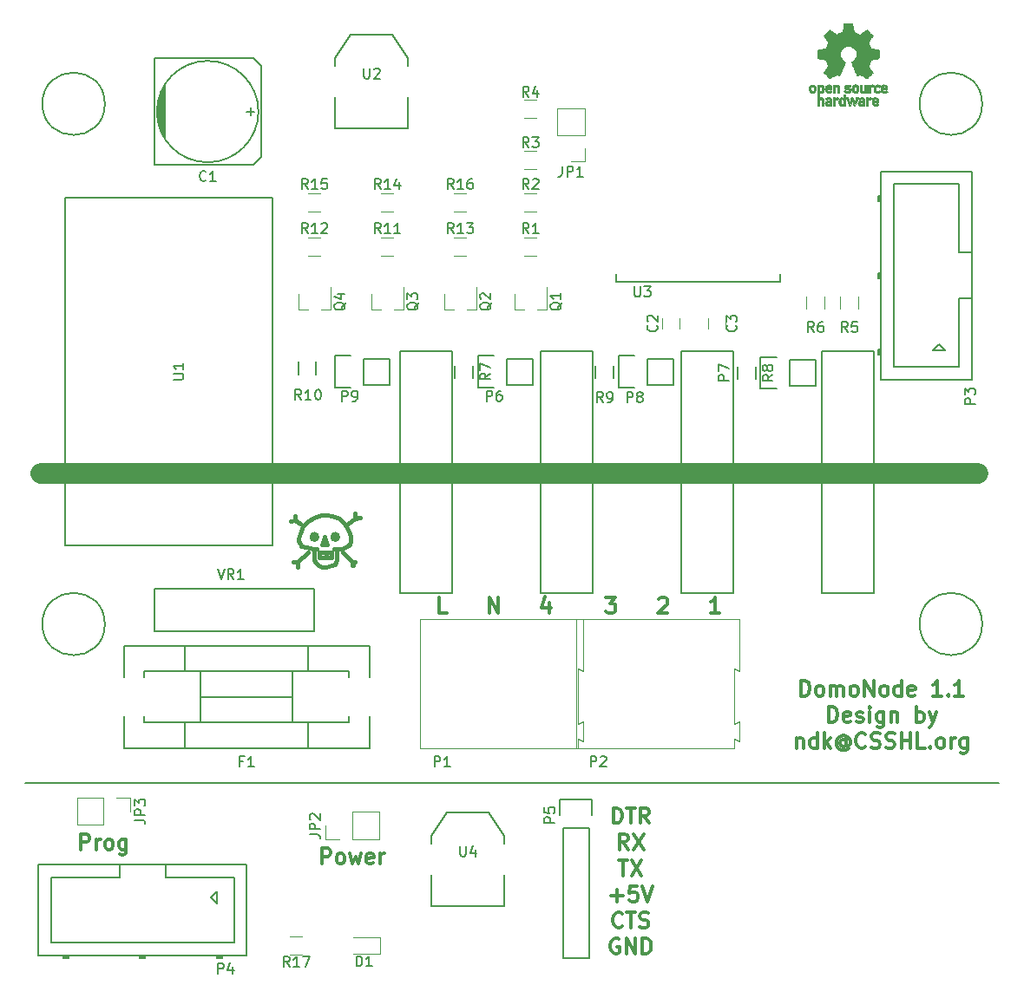
<source format=gto>
G04 #@! TF.FileFunction,Legend,Top*
%FSLAX46Y46*%
G04 Gerber Fmt 4.6, Leading zero omitted, Abs format (unit mm)*
G04 Created by KiCad (PCBNEW 4.0.5+dfsg1-4) date Tue Dec 12 22:17:04 2017*
%MOMM*%
%LPD*%
G01*
G04 APERTURE LIST*
%ADD10C,0.100000*%
%ADD11C,0.200000*%
%ADD12C,0.300000*%
%ADD13C,2.000000*%
%ADD14C,0.150000*%
%ADD15C,0.120000*%
%ADD16C,0.010000*%
%ADD17C,0.381000*%
%ADD18C,0.152400*%
G04 APERTURE END LIST*
D10*
D11*
X110236000Y-99822000D02*
X15240000Y-99822000D01*
D12*
X44152715Y-107739571D02*
X44152715Y-106239571D01*
X44724143Y-106239571D01*
X44867001Y-106311000D01*
X44938429Y-106382429D01*
X45009858Y-106525286D01*
X45009858Y-106739571D01*
X44938429Y-106882429D01*
X44867001Y-106953857D01*
X44724143Y-107025286D01*
X44152715Y-107025286D01*
X45867001Y-107739571D02*
X45724143Y-107668143D01*
X45652715Y-107596714D01*
X45581286Y-107453857D01*
X45581286Y-107025286D01*
X45652715Y-106882429D01*
X45724143Y-106811000D01*
X45867001Y-106739571D01*
X46081286Y-106739571D01*
X46224143Y-106811000D01*
X46295572Y-106882429D01*
X46367001Y-107025286D01*
X46367001Y-107453857D01*
X46295572Y-107596714D01*
X46224143Y-107668143D01*
X46081286Y-107739571D01*
X45867001Y-107739571D01*
X46867001Y-106739571D02*
X47152715Y-107739571D01*
X47438429Y-107025286D01*
X47724144Y-107739571D01*
X48009858Y-106739571D01*
X49152715Y-107668143D02*
X49009858Y-107739571D01*
X48724144Y-107739571D01*
X48581287Y-107668143D01*
X48509858Y-107525286D01*
X48509858Y-106953857D01*
X48581287Y-106811000D01*
X48724144Y-106739571D01*
X49009858Y-106739571D01*
X49152715Y-106811000D01*
X49224144Y-106953857D01*
X49224144Y-107096714D01*
X48509858Y-107239571D01*
X49867001Y-107739571D02*
X49867001Y-106739571D01*
X49867001Y-107025286D02*
X49938429Y-106882429D01*
X50009858Y-106811000D01*
X50152715Y-106739571D01*
X50295572Y-106739571D01*
X20645715Y-106342571D02*
X20645715Y-104842571D01*
X21217143Y-104842571D01*
X21360001Y-104914000D01*
X21431429Y-104985429D01*
X21502858Y-105128286D01*
X21502858Y-105342571D01*
X21431429Y-105485429D01*
X21360001Y-105556857D01*
X21217143Y-105628286D01*
X20645715Y-105628286D01*
X22145715Y-106342571D02*
X22145715Y-105342571D01*
X22145715Y-105628286D02*
X22217143Y-105485429D01*
X22288572Y-105414000D01*
X22431429Y-105342571D01*
X22574286Y-105342571D01*
X23288572Y-106342571D02*
X23145714Y-106271143D01*
X23074286Y-106199714D01*
X23002857Y-106056857D01*
X23002857Y-105628286D01*
X23074286Y-105485429D01*
X23145714Y-105414000D01*
X23288572Y-105342571D01*
X23502857Y-105342571D01*
X23645714Y-105414000D01*
X23717143Y-105485429D01*
X23788572Y-105628286D01*
X23788572Y-106056857D01*
X23717143Y-106199714D01*
X23645714Y-106271143D01*
X23502857Y-106342571D01*
X23288572Y-106342571D01*
X25074286Y-105342571D02*
X25074286Y-106556857D01*
X25002857Y-106699714D01*
X24931429Y-106771143D01*
X24788572Y-106842571D01*
X24574286Y-106842571D01*
X24431429Y-106771143D01*
X25074286Y-106271143D02*
X24931429Y-106342571D01*
X24645715Y-106342571D01*
X24502857Y-106271143D01*
X24431429Y-106199714D01*
X24360000Y-106056857D01*
X24360000Y-105628286D01*
X24431429Y-105485429D01*
X24502857Y-105414000D01*
X24645715Y-105342571D01*
X24931429Y-105342571D01*
X25074286Y-105414000D01*
X72580715Y-103777571D02*
X72580715Y-102277571D01*
X72937858Y-102277571D01*
X73152143Y-102349000D01*
X73295001Y-102491857D01*
X73366429Y-102634714D01*
X73437858Y-102920429D01*
X73437858Y-103134714D01*
X73366429Y-103420429D01*
X73295001Y-103563286D01*
X73152143Y-103706143D01*
X72937858Y-103777571D01*
X72580715Y-103777571D01*
X73866429Y-102277571D02*
X74723572Y-102277571D01*
X74295001Y-103777571D02*
X74295001Y-102277571D01*
X76080715Y-103777571D02*
X75580715Y-103063286D01*
X75223572Y-103777571D02*
X75223572Y-102277571D01*
X75795000Y-102277571D01*
X75937858Y-102349000D01*
X76009286Y-102420429D01*
X76080715Y-102563286D01*
X76080715Y-102777571D01*
X76009286Y-102920429D01*
X75937858Y-102991857D01*
X75795000Y-103063286D01*
X75223572Y-103063286D01*
X74045001Y-106327571D02*
X73545001Y-105613286D01*
X73187858Y-106327571D02*
X73187858Y-104827571D01*
X73759286Y-104827571D01*
X73902144Y-104899000D01*
X73973572Y-104970429D01*
X74045001Y-105113286D01*
X74045001Y-105327571D01*
X73973572Y-105470429D01*
X73902144Y-105541857D01*
X73759286Y-105613286D01*
X73187858Y-105613286D01*
X74545001Y-104827571D02*
X75545001Y-106327571D01*
X75545001Y-104827571D02*
X74545001Y-106327571D01*
X73152143Y-107377571D02*
X74009286Y-107377571D01*
X73580715Y-108877571D02*
X73580715Y-107377571D01*
X74366429Y-107377571D02*
X75366429Y-108877571D01*
X75366429Y-107377571D02*
X74366429Y-108877571D01*
X72366429Y-110856143D02*
X73509286Y-110856143D01*
X72937857Y-111427571D02*
X72937857Y-110284714D01*
X74937858Y-109927571D02*
X74223572Y-109927571D01*
X74152143Y-110641857D01*
X74223572Y-110570429D01*
X74366429Y-110499000D01*
X74723572Y-110499000D01*
X74866429Y-110570429D01*
X74937858Y-110641857D01*
X75009286Y-110784714D01*
X75009286Y-111141857D01*
X74937858Y-111284714D01*
X74866429Y-111356143D01*
X74723572Y-111427571D01*
X74366429Y-111427571D01*
X74223572Y-111356143D01*
X74152143Y-111284714D01*
X75437857Y-109927571D02*
X75937857Y-111427571D01*
X76437857Y-109927571D01*
X73473572Y-113834714D02*
X73402143Y-113906143D01*
X73187857Y-113977571D01*
X73045000Y-113977571D01*
X72830715Y-113906143D01*
X72687857Y-113763286D01*
X72616429Y-113620429D01*
X72545000Y-113334714D01*
X72545000Y-113120429D01*
X72616429Y-112834714D01*
X72687857Y-112691857D01*
X72830715Y-112549000D01*
X73045000Y-112477571D01*
X73187857Y-112477571D01*
X73402143Y-112549000D01*
X73473572Y-112620429D01*
X73902143Y-112477571D02*
X74759286Y-112477571D01*
X74330715Y-113977571D02*
X74330715Y-112477571D01*
X75187857Y-113906143D02*
X75402143Y-113977571D01*
X75759286Y-113977571D01*
X75902143Y-113906143D01*
X75973572Y-113834714D01*
X76045000Y-113691857D01*
X76045000Y-113549000D01*
X75973572Y-113406143D01*
X75902143Y-113334714D01*
X75759286Y-113263286D01*
X75473572Y-113191857D01*
X75330714Y-113120429D01*
X75259286Y-113049000D01*
X75187857Y-112906143D01*
X75187857Y-112763286D01*
X75259286Y-112620429D01*
X75330714Y-112549000D01*
X75473572Y-112477571D01*
X75830714Y-112477571D01*
X76045000Y-112549000D01*
X73152143Y-115099000D02*
X73009286Y-115027571D01*
X72795000Y-115027571D01*
X72580715Y-115099000D01*
X72437857Y-115241857D01*
X72366429Y-115384714D01*
X72295000Y-115670429D01*
X72295000Y-115884714D01*
X72366429Y-116170429D01*
X72437857Y-116313286D01*
X72580715Y-116456143D01*
X72795000Y-116527571D01*
X72937857Y-116527571D01*
X73152143Y-116456143D01*
X73223572Y-116384714D01*
X73223572Y-115884714D01*
X72937857Y-115884714D01*
X73866429Y-116527571D02*
X73866429Y-115027571D01*
X74723572Y-116527571D01*
X74723572Y-115027571D01*
X75437858Y-116527571D02*
X75437858Y-115027571D01*
X75795001Y-115027571D01*
X76009286Y-115099000D01*
X76152144Y-115241857D01*
X76223572Y-115384714D01*
X76295001Y-115670429D01*
X76295001Y-115884714D01*
X76223572Y-116170429D01*
X76152144Y-116313286D01*
X76009286Y-116456143D01*
X75795001Y-116527571D01*
X75437858Y-116527571D01*
X90913143Y-91346571D02*
X90913143Y-89846571D01*
X91270286Y-89846571D01*
X91484571Y-89918000D01*
X91627429Y-90060857D01*
X91698857Y-90203714D01*
X91770286Y-90489429D01*
X91770286Y-90703714D01*
X91698857Y-90989429D01*
X91627429Y-91132286D01*
X91484571Y-91275143D01*
X91270286Y-91346571D01*
X90913143Y-91346571D01*
X92627429Y-91346571D02*
X92484571Y-91275143D01*
X92413143Y-91203714D01*
X92341714Y-91060857D01*
X92341714Y-90632286D01*
X92413143Y-90489429D01*
X92484571Y-90418000D01*
X92627429Y-90346571D01*
X92841714Y-90346571D01*
X92984571Y-90418000D01*
X93056000Y-90489429D01*
X93127429Y-90632286D01*
X93127429Y-91060857D01*
X93056000Y-91203714D01*
X92984571Y-91275143D01*
X92841714Y-91346571D01*
X92627429Y-91346571D01*
X93770286Y-91346571D02*
X93770286Y-90346571D01*
X93770286Y-90489429D02*
X93841714Y-90418000D01*
X93984572Y-90346571D01*
X94198857Y-90346571D01*
X94341714Y-90418000D01*
X94413143Y-90560857D01*
X94413143Y-91346571D01*
X94413143Y-90560857D02*
X94484572Y-90418000D01*
X94627429Y-90346571D01*
X94841714Y-90346571D01*
X94984572Y-90418000D01*
X95056000Y-90560857D01*
X95056000Y-91346571D01*
X95984572Y-91346571D02*
X95841714Y-91275143D01*
X95770286Y-91203714D01*
X95698857Y-91060857D01*
X95698857Y-90632286D01*
X95770286Y-90489429D01*
X95841714Y-90418000D01*
X95984572Y-90346571D01*
X96198857Y-90346571D01*
X96341714Y-90418000D01*
X96413143Y-90489429D01*
X96484572Y-90632286D01*
X96484572Y-91060857D01*
X96413143Y-91203714D01*
X96341714Y-91275143D01*
X96198857Y-91346571D01*
X95984572Y-91346571D01*
X97127429Y-91346571D02*
X97127429Y-89846571D01*
X97984572Y-91346571D01*
X97984572Y-89846571D01*
X98913144Y-91346571D02*
X98770286Y-91275143D01*
X98698858Y-91203714D01*
X98627429Y-91060857D01*
X98627429Y-90632286D01*
X98698858Y-90489429D01*
X98770286Y-90418000D01*
X98913144Y-90346571D01*
X99127429Y-90346571D01*
X99270286Y-90418000D01*
X99341715Y-90489429D01*
X99413144Y-90632286D01*
X99413144Y-91060857D01*
X99341715Y-91203714D01*
X99270286Y-91275143D01*
X99127429Y-91346571D01*
X98913144Y-91346571D01*
X100698858Y-91346571D02*
X100698858Y-89846571D01*
X100698858Y-91275143D02*
X100556001Y-91346571D01*
X100270287Y-91346571D01*
X100127429Y-91275143D01*
X100056001Y-91203714D01*
X99984572Y-91060857D01*
X99984572Y-90632286D01*
X100056001Y-90489429D01*
X100127429Y-90418000D01*
X100270287Y-90346571D01*
X100556001Y-90346571D01*
X100698858Y-90418000D01*
X101984572Y-91275143D02*
X101841715Y-91346571D01*
X101556001Y-91346571D01*
X101413144Y-91275143D01*
X101341715Y-91132286D01*
X101341715Y-90560857D01*
X101413144Y-90418000D01*
X101556001Y-90346571D01*
X101841715Y-90346571D01*
X101984572Y-90418000D01*
X102056001Y-90560857D01*
X102056001Y-90703714D01*
X101341715Y-90846571D01*
X104627429Y-91346571D02*
X103770286Y-91346571D01*
X104198858Y-91346571D02*
X104198858Y-89846571D01*
X104056001Y-90060857D01*
X103913143Y-90203714D01*
X103770286Y-90275143D01*
X105270286Y-91203714D02*
X105341714Y-91275143D01*
X105270286Y-91346571D01*
X105198857Y-91275143D01*
X105270286Y-91203714D01*
X105270286Y-91346571D01*
X106770286Y-91346571D02*
X105913143Y-91346571D01*
X106341715Y-91346571D02*
X106341715Y-89846571D01*
X106198858Y-90060857D01*
X106056000Y-90203714D01*
X105913143Y-90275143D01*
X93627429Y-93896571D02*
X93627429Y-92396571D01*
X93984572Y-92396571D01*
X94198857Y-92468000D01*
X94341715Y-92610857D01*
X94413143Y-92753714D01*
X94484572Y-93039429D01*
X94484572Y-93253714D01*
X94413143Y-93539429D01*
X94341715Y-93682286D01*
X94198857Y-93825143D01*
X93984572Y-93896571D01*
X93627429Y-93896571D01*
X95698857Y-93825143D02*
X95556000Y-93896571D01*
X95270286Y-93896571D01*
X95127429Y-93825143D01*
X95056000Y-93682286D01*
X95056000Y-93110857D01*
X95127429Y-92968000D01*
X95270286Y-92896571D01*
X95556000Y-92896571D01*
X95698857Y-92968000D01*
X95770286Y-93110857D01*
X95770286Y-93253714D01*
X95056000Y-93396571D01*
X96341714Y-93825143D02*
X96484571Y-93896571D01*
X96770286Y-93896571D01*
X96913143Y-93825143D01*
X96984571Y-93682286D01*
X96984571Y-93610857D01*
X96913143Y-93468000D01*
X96770286Y-93396571D01*
X96556000Y-93396571D01*
X96413143Y-93325143D01*
X96341714Y-93182286D01*
X96341714Y-93110857D01*
X96413143Y-92968000D01*
X96556000Y-92896571D01*
X96770286Y-92896571D01*
X96913143Y-92968000D01*
X97627429Y-93896571D02*
X97627429Y-92896571D01*
X97627429Y-92396571D02*
X97556000Y-92468000D01*
X97627429Y-92539429D01*
X97698857Y-92468000D01*
X97627429Y-92396571D01*
X97627429Y-92539429D01*
X98984572Y-92896571D02*
X98984572Y-94110857D01*
X98913143Y-94253714D01*
X98841715Y-94325143D01*
X98698858Y-94396571D01*
X98484572Y-94396571D01*
X98341715Y-94325143D01*
X98984572Y-93825143D02*
X98841715Y-93896571D01*
X98556001Y-93896571D01*
X98413143Y-93825143D01*
X98341715Y-93753714D01*
X98270286Y-93610857D01*
X98270286Y-93182286D01*
X98341715Y-93039429D01*
X98413143Y-92968000D01*
X98556001Y-92896571D01*
X98841715Y-92896571D01*
X98984572Y-92968000D01*
X99698858Y-92896571D02*
X99698858Y-93896571D01*
X99698858Y-93039429D02*
X99770286Y-92968000D01*
X99913144Y-92896571D01*
X100127429Y-92896571D01*
X100270286Y-92968000D01*
X100341715Y-93110857D01*
X100341715Y-93896571D01*
X102198858Y-93896571D02*
X102198858Y-92396571D01*
X102198858Y-92968000D02*
X102341715Y-92896571D01*
X102627429Y-92896571D01*
X102770286Y-92968000D01*
X102841715Y-93039429D01*
X102913144Y-93182286D01*
X102913144Y-93610857D01*
X102841715Y-93753714D01*
X102770286Y-93825143D01*
X102627429Y-93896571D01*
X102341715Y-93896571D01*
X102198858Y-93825143D01*
X103413144Y-92896571D02*
X103770287Y-93896571D01*
X104127429Y-92896571D02*
X103770287Y-93896571D01*
X103627429Y-94253714D01*
X103556001Y-94325143D01*
X103413144Y-94396571D01*
X90484572Y-95446571D02*
X90484572Y-96446571D01*
X90484572Y-95589429D02*
X90556000Y-95518000D01*
X90698858Y-95446571D01*
X90913143Y-95446571D01*
X91056000Y-95518000D01*
X91127429Y-95660857D01*
X91127429Y-96446571D01*
X92484572Y-96446571D02*
X92484572Y-94946571D01*
X92484572Y-96375143D02*
X92341715Y-96446571D01*
X92056001Y-96446571D01*
X91913143Y-96375143D01*
X91841715Y-96303714D01*
X91770286Y-96160857D01*
X91770286Y-95732286D01*
X91841715Y-95589429D01*
X91913143Y-95518000D01*
X92056001Y-95446571D01*
X92341715Y-95446571D01*
X92484572Y-95518000D01*
X93198858Y-96446571D02*
X93198858Y-94946571D01*
X93341715Y-95875143D02*
X93770286Y-96446571D01*
X93770286Y-95446571D02*
X93198858Y-96018000D01*
X95341715Y-95732286D02*
X95270287Y-95660857D01*
X95127430Y-95589429D01*
X94984572Y-95589429D01*
X94841715Y-95660857D01*
X94770287Y-95732286D01*
X94698858Y-95875143D01*
X94698858Y-96018000D01*
X94770287Y-96160857D01*
X94841715Y-96232286D01*
X94984572Y-96303714D01*
X95127430Y-96303714D01*
X95270287Y-96232286D01*
X95341715Y-96160857D01*
X95341715Y-95589429D02*
X95341715Y-96160857D01*
X95413144Y-96232286D01*
X95484572Y-96232286D01*
X95627430Y-96160857D01*
X95698858Y-96018000D01*
X95698858Y-95660857D01*
X95556001Y-95446571D01*
X95341715Y-95303714D01*
X95056001Y-95232286D01*
X94770287Y-95303714D01*
X94556001Y-95446571D01*
X94413144Y-95660857D01*
X94341715Y-95946571D01*
X94413144Y-96232286D01*
X94556001Y-96446571D01*
X94770287Y-96589429D01*
X95056001Y-96660857D01*
X95341715Y-96589429D01*
X95556001Y-96446571D01*
X97198858Y-96303714D02*
X97127429Y-96375143D01*
X96913143Y-96446571D01*
X96770286Y-96446571D01*
X96556001Y-96375143D01*
X96413143Y-96232286D01*
X96341715Y-96089429D01*
X96270286Y-95803714D01*
X96270286Y-95589429D01*
X96341715Y-95303714D01*
X96413143Y-95160857D01*
X96556001Y-95018000D01*
X96770286Y-94946571D01*
X96913143Y-94946571D01*
X97127429Y-95018000D01*
X97198858Y-95089429D01*
X97770286Y-96375143D02*
X97984572Y-96446571D01*
X98341715Y-96446571D01*
X98484572Y-96375143D01*
X98556001Y-96303714D01*
X98627429Y-96160857D01*
X98627429Y-96018000D01*
X98556001Y-95875143D01*
X98484572Y-95803714D01*
X98341715Y-95732286D01*
X98056001Y-95660857D01*
X97913143Y-95589429D01*
X97841715Y-95518000D01*
X97770286Y-95375143D01*
X97770286Y-95232286D01*
X97841715Y-95089429D01*
X97913143Y-95018000D01*
X98056001Y-94946571D01*
X98413143Y-94946571D01*
X98627429Y-95018000D01*
X99198857Y-96375143D02*
X99413143Y-96446571D01*
X99770286Y-96446571D01*
X99913143Y-96375143D01*
X99984572Y-96303714D01*
X100056000Y-96160857D01*
X100056000Y-96018000D01*
X99984572Y-95875143D01*
X99913143Y-95803714D01*
X99770286Y-95732286D01*
X99484572Y-95660857D01*
X99341714Y-95589429D01*
X99270286Y-95518000D01*
X99198857Y-95375143D01*
X99198857Y-95232286D01*
X99270286Y-95089429D01*
X99341714Y-95018000D01*
X99484572Y-94946571D01*
X99841714Y-94946571D01*
X100056000Y-95018000D01*
X100698857Y-96446571D02*
X100698857Y-94946571D01*
X100698857Y-95660857D02*
X101556000Y-95660857D01*
X101556000Y-96446571D02*
X101556000Y-94946571D01*
X102984572Y-96446571D02*
X102270286Y-96446571D01*
X102270286Y-94946571D01*
X103484572Y-96303714D02*
X103556000Y-96375143D01*
X103484572Y-96446571D01*
X103413143Y-96375143D01*
X103484572Y-96303714D01*
X103484572Y-96446571D01*
X104413144Y-96446571D02*
X104270286Y-96375143D01*
X104198858Y-96303714D01*
X104127429Y-96160857D01*
X104127429Y-95732286D01*
X104198858Y-95589429D01*
X104270286Y-95518000D01*
X104413144Y-95446571D01*
X104627429Y-95446571D01*
X104770286Y-95518000D01*
X104841715Y-95589429D01*
X104913144Y-95732286D01*
X104913144Y-96160857D01*
X104841715Y-96303714D01*
X104770286Y-96375143D01*
X104627429Y-96446571D01*
X104413144Y-96446571D01*
X105556001Y-96446571D02*
X105556001Y-95446571D01*
X105556001Y-95732286D02*
X105627429Y-95589429D01*
X105698858Y-95518000D01*
X105841715Y-95446571D01*
X105984572Y-95446571D01*
X107127429Y-95446571D02*
X107127429Y-96660857D01*
X107056000Y-96803714D01*
X106984572Y-96875143D01*
X106841715Y-96946571D01*
X106627429Y-96946571D01*
X106484572Y-96875143D01*
X107127429Y-96375143D02*
X106984572Y-96446571D01*
X106698858Y-96446571D01*
X106556000Y-96375143D01*
X106484572Y-96303714D01*
X106413143Y-96160857D01*
X106413143Y-95732286D01*
X106484572Y-95589429D01*
X106556000Y-95518000D01*
X106698858Y-95446571D01*
X106984572Y-95446571D01*
X107127429Y-95518000D01*
D13*
X16764000Y-69596000D02*
X108204000Y-69596000D01*
D12*
X82978572Y-83228571D02*
X82121429Y-83228571D01*
X82550001Y-83228571D02*
X82550001Y-81728571D01*
X82407144Y-81942857D01*
X82264286Y-82085714D01*
X82121429Y-82157143D01*
X77041429Y-81871429D02*
X77112858Y-81800000D01*
X77255715Y-81728571D01*
X77612858Y-81728571D01*
X77755715Y-81800000D01*
X77827144Y-81871429D01*
X77898572Y-82014286D01*
X77898572Y-82157143D01*
X77827144Y-82371429D01*
X76970001Y-83228571D01*
X77898572Y-83228571D01*
X71890001Y-81728571D02*
X72818572Y-81728571D01*
X72318572Y-82300000D01*
X72532858Y-82300000D01*
X72675715Y-82371429D01*
X72747144Y-82442857D01*
X72818572Y-82585714D01*
X72818572Y-82942857D01*
X72747144Y-83085714D01*
X72675715Y-83157143D01*
X72532858Y-83228571D01*
X72104286Y-83228571D01*
X71961429Y-83157143D01*
X71890001Y-83085714D01*
X66325715Y-82228571D02*
X66325715Y-83228571D01*
X65968572Y-81657143D02*
X65611429Y-82728571D01*
X66540001Y-82728571D01*
X56344286Y-83228571D02*
X55630000Y-83228571D01*
X55630000Y-81728571D01*
X60531429Y-83228571D02*
X60531429Y-81728571D01*
X61388572Y-83228571D01*
X61388572Y-81728571D01*
D14*
X28194000Y-35306000D02*
X28194000Y-33274000D01*
X28321000Y-32893000D02*
X28321000Y-35814000D01*
X28448000Y-36068000D02*
X28448000Y-32512000D01*
X28575000Y-32131000D02*
X28575000Y-36449000D01*
X28702000Y-36703000D02*
X28702000Y-31877000D01*
X28829000Y-31750000D02*
X28829000Y-36830000D01*
X27813000Y-29083000D02*
X27813000Y-39497000D01*
X27813000Y-39497000D02*
X37465000Y-39497000D01*
X37465000Y-39497000D02*
X38227000Y-38735000D01*
X38227000Y-38735000D02*
X38227000Y-29845000D01*
X38227000Y-29845000D02*
X37465000Y-29083000D01*
X37465000Y-29083000D02*
X27813000Y-29083000D01*
X37592000Y-34290000D02*
X36830000Y-34290000D01*
X37211000Y-33909000D02*
X37211000Y-34671000D01*
X37973000Y-34290000D02*
G75*
G03X37973000Y-34290000I-4953000J0D01*
G01*
X107594000Y-60442000D02*
X98654000Y-60442000D01*
X98654000Y-60442000D02*
X98654000Y-40142000D01*
X98654000Y-40142000D02*
X107594000Y-40142000D01*
X107594000Y-40142000D02*
X107594000Y-60442000D01*
X107594000Y-52517000D02*
X106294000Y-52517000D01*
X106294000Y-52517000D02*
X106294000Y-59242000D01*
X106294000Y-59242000D02*
X99954000Y-59242000D01*
X99954000Y-59242000D02*
X99954000Y-41342000D01*
X99954000Y-41342000D02*
X106294000Y-41342000D01*
X106294000Y-41342000D02*
X106294000Y-48067000D01*
X106294000Y-48067000D02*
X107594000Y-48067000D01*
X98654000Y-50542000D02*
X98454000Y-50542000D01*
X98454000Y-50542000D02*
X98454000Y-50042000D01*
X98454000Y-50042000D02*
X98654000Y-50042000D01*
X98554000Y-50542000D02*
X98554000Y-50042000D01*
X98654000Y-43062000D02*
X98454000Y-43062000D01*
X98454000Y-43062000D02*
X98454000Y-42562000D01*
X98454000Y-42562000D02*
X98654000Y-42562000D01*
X98554000Y-43062000D02*
X98554000Y-42562000D01*
X98654000Y-58022000D02*
X98454000Y-58022000D01*
X98454000Y-58022000D02*
X98454000Y-57522000D01*
X98454000Y-57522000D02*
X98654000Y-57522000D01*
X98554000Y-58022000D02*
X98554000Y-57522000D01*
X104994000Y-57572000D02*
X103794000Y-57572000D01*
X103794000Y-57572000D02*
X104394000Y-56972000D01*
X104394000Y-56972000D02*
X104994000Y-57572000D01*
X42829480Y-93939360D02*
X42829480Y-96441260D01*
X42829480Y-86438740D02*
X42829480Y-88940640D01*
X30830520Y-86438740D02*
X30830520Y-88940640D01*
X30830520Y-96441260D02*
X30830520Y-93939360D01*
X41330880Y-91440000D02*
X32329120Y-91440000D01*
X41330880Y-93939360D02*
X41330880Y-88940640D01*
X32329120Y-93939360D02*
X32329120Y-88940640D01*
X26830020Y-93339920D02*
X26830020Y-93939360D01*
X46829980Y-89540080D02*
X46829980Y-88940640D01*
X46829980Y-88940640D02*
X26830020Y-88940640D01*
X26830020Y-88940640D02*
X26830020Y-89540080D01*
X26830020Y-93939360D02*
X46829980Y-93939360D01*
X46829980Y-93939360D02*
X46829980Y-93339920D01*
X24831040Y-93339920D02*
X24831040Y-96441260D01*
X48828960Y-89540080D02*
X48828960Y-86438740D01*
X48828960Y-86438740D02*
X24831040Y-86438740D01*
X24831040Y-86438740D02*
X24831040Y-89540080D01*
X24831040Y-96441260D02*
X48828960Y-96441260D01*
X48828960Y-96441260D02*
X48828960Y-93339920D01*
X43370000Y-80870000D02*
X27870000Y-80870000D01*
X43370000Y-85070000D02*
X27870000Y-85070000D01*
X27870000Y-85070000D02*
X27870000Y-80870000D01*
X43370000Y-85070000D02*
X43370000Y-80870000D01*
D15*
X62936000Y-53592000D02*
X63866000Y-53592000D01*
X66096000Y-53592000D02*
X65166000Y-53592000D01*
X66096000Y-53592000D02*
X66096000Y-51432000D01*
X62936000Y-53592000D02*
X62936000Y-52132000D01*
X56078000Y-53592000D02*
X57008000Y-53592000D01*
X59238000Y-53592000D02*
X58308000Y-53592000D01*
X59238000Y-53592000D02*
X59238000Y-51432000D01*
X56078000Y-53592000D02*
X56078000Y-52132000D01*
X48966000Y-53592000D02*
X49896000Y-53592000D01*
X52126000Y-53592000D02*
X51196000Y-53592000D01*
X52126000Y-53592000D02*
X52126000Y-51432000D01*
X48966000Y-53592000D02*
X48966000Y-52132000D01*
X41854000Y-53592000D02*
X42784000Y-53592000D01*
X45014000Y-53592000D02*
X44084000Y-53592000D01*
X45014000Y-53592000D02*
X45014000Y-51432000D01*
X41854000Y-53592000D02*
X41854000Y-52132000D01*
D16*
G36*
X92967360Y-31670468D02*
X93002592Y-31687874D01*
X93046040Y-31718206D01*
X93077706Y-31751283D01*
X93099394Y-31792817D01*
X93112903Y-31848522D01*
X93120038Y-31924111D01*
X93122600Y-32025296D01*
X93122750Y-32068797D01*
X93122312Y-32164135D01*
X93120496Y-32232271D01*
X93116545Y-32279418D01*
X93109702Y-32311790D01*
X93099211Y-32335600D01*
X93088296Y-32351843D01*
X93018619Y-32420952D01*
X92936566Y-32462521D01*
X92848050Y-32475023D01*
X92758981Y-32456934D01*
X92730763Y-32444142D01*
X92663210Y-32408931D01*
X92663210Y-32960700D01*
X92712512Y-32935205D01*
X92777473Y-32915480D01*
X92857320Y-32910427D01*
X92937052Y-32919756D01*
X92997265Y-32940714D01*
X93047208Y-32980627D01*
X93089881Y-33037741D01*
X93093090Y-33043605D01*
X93106622Y-33071227D01*
X93116505Y-33099068D01*
X93123309Y-33132794D01*
X93127601Y-33178071D01*
X93129951Y-33240562D01*
X93130928Y-33325935D01*
X93131105Y-33422010D01*
X93131105Y-33728526D01*
X92947289Y-33728526D01*
X92947289Y-33163339D01*
X92895875Y-33120077D01*
X92842466Y-33085472D01*
X92791888Y-33079180D01*
X92741030Y-33095372D01*
X92713925Y-33111227D01*
X92693751Y-33133810D01*
X92679403Y-33167940D01*
X92669776Y-33218434D01*
X92663763Y-33290111D01*
X92660260Y-33387788D01*
X92659026Y-33452802D01*
X92654855Y-33720171D01*
X92567125Y-33725222D01*
X92479394Y-33730273D01*
X92479394Y-32071101D01*
X92663210Y-32071101D01*
X92667896Y-32163600D01*
X92683688Y-32227809D01*
X92713183Y-32267759D01*
X92758980Y-32287480D01*
X92805250Y-32291421D01*
X92857628Y-32286892D01*
X92892390Y-32269069D01*
X92914128Y-32245519D01*
X92931240Y-32220189D01*
X92941427Y-32191969D01*
X92945960Y-32152431D01*
X92946109Y-32093142D01*
X92944584Y-32043498D01*
X92941081Y-31968710D01*
X92935867Y-31919611D01*
X92927087Y-31888467D01*
X92912886Y-31867545D01*
X92899484Y-31855452D01*
X92843487Y-31829081D01*
X92777211Y-31824822D01*
X92739156Y-31833906D01*
X92701477Y-31866196D01*
X92676519Y-31929006D01*
X92664422Y-32021894D01*
X92663210Y-32071101D01*
X92479394Y-32071101D01*
X92479394Y-31656421D01*
X92571302Y-31656421D01*
X92626483Y-31658603D01*
X92654952Y-31666351D01*
X92663206Y-31681468D01*
X92663210Y-31681916D01*
X92667040Y-31696720D01*
X92683933Y-31695039D01*
X92717519Y-31678772D01*
X92795778Y-31653887D01*
X92883827Y-31651271D01*
X92967360Y-31670468D01*
X92967360Y-31670468D01*
G37*
X92967360Y-31670468D02*
X93002592Y-31687874D01*
X93046040Y-31718206D01*
X93077706Y-31751283D01*
X93099394Y-31792817D01*
X93112903Y-31848522D01*
X93120038Y-31924111D01*
X93122600Y-32025296D01*
X93122750Y-32068797D01*
X93122312Y-32164135D01*
X93120496Y-32232271D01*
X93116545Y-32279418D01*
X93109702Y-32311790D01*
X93099211Y-32335600D01*
X93088296Y-32351843D01*
X93018619Y-32420952D01*
X92936566Y-32462521D01*
X92848050Y-32475023D01*
X92758981Y-32456934D01*
X92730763Y-32444142D01*
X92663210Y-32408931D01*
X92663210Y-32960700D01*
X92712512Y-32935205D01*
X92777473Y-32915480D01*
X92857320Y-32910427D01*
X92937052Y-32919756D01*
X92997265Y-32940714D01*
X93047208Y-32980627D01*
X93089881Y-33037741D01*
X93093090Y-33043605D01*
X93106622Y-33071227D01*
X93116505Y-33099068D01*
X93123309Y-33132794D01*
X93127601Y-33178071D01*
X93129951Y-33240562D01*
X93130928Y-33325935D01*
X93131105Y-33422010D01*
X93131105Y-33728526D01*
X92947289Y-33728526D01*
X92947289Y-33163339D01*
X92895875Y-33120077D01*
X92842466Y-33085472D01*
X92791888Y-33079180D01*
X92741030Y-33095372D01*
X92713925Y-33111227D01*
X92693751Y-33133810D01*
X92679403Y-33167940D01*
X92669776Y-33218434D01*
X92663763Y-33290111D01*
X92660260Y-33387788D01*
X92659026Y-33452802D01*
X92654855Y-33720171D01*
X92567125Y-33725222D01*
X92479394Y-33730273D01*
X92479394Y-32071101D01*
X92663210Y-32071101D01*
X92667896Y-32163600D01*
X92683688Y-32227809D01*
X92713183Y-32267759D01*
X92758980Y-32287480D01*
X92805250Y-32291421D01*
X92857628Y-32286892D01*
X92892390Y-32269069D01*
X92914128Y-32245519D01*
X92931240Y-32220189D01*
X92941427Y-32191969D01*
X92945960Y-32152431D01*
X92946109Y-32093142D01*
X92944584Y-32043498D01*
X92941081Y-31968710D01*
X92935867Y-31919611D01*
X92927087Y-31888467D01*
X92912886Y-31867545D01*
X92899484Y-31855452D01*
X92843487Y-31829081D01*
X92777211Y-31824822D01*
X92739156Y-31833906D01*
X92701477Y-31866196D01*
X92676519Y-31929006D01*
X92664422Y-32021894D01*
X92663210Y-32071101D01*
X92479394Y-32071101D01*
X92479394Y-31656421D01*
X92571302Y-31656421D01*
X92626483Y-31658603D01*
X92654952Y-31666351D01*
X92663206Y-31681468D01*
X92663210Y-31681916D01*
X92667040Y-31696720D01*
X92683933Y-31695039D01*
X92717519Y-31678772D01*
X92795778Y-31653887D01*
X92883827Y-31651271D01*
X92967360Y-31670468D01*
G36*
X93664457Y-32916184D02*
X93743070Y-32937160D01*
X93802916Y-32975180D01*
X93845147Y-33024978D01*
X93858275Y-33046230D01*
X93867968Y-33068492D01*
X93874744Y-33096970D01*
X93879123Y-33136871D01*
X93881624Y-33193401D01*
X93882768Y-33271767D01*
X93883072Y-33377176D01*
X93883078Y-33405142D01*
X93883078Y-33728526D01*
X93802868Y-33728526D01*
X93751706Y-33724943D01*
X93713877Y-33715866D01*
X93704399Y-33710268D01*
X93678488Y-33700606D01*
X93652024Y-33710268D01*
X93608452Y-33722330D01*
X93545160Y-33727185D01*
X93475010Y-33725078D01*
X93410860Y-33716256D01*
X93373407Y-33704937D01*
X93300933Y-33658412D01*
X93255640Y-33593846D01*
X93235278Y-33508000D01*
X93235088Y-33505796D01*
X93236875Y-33467713D01*
X93398473Y-33467713D01*
X93412601Y-33511030D01*
X93435612Y-33535408D01*
X93481804Y-33553845D01*
X93542775Y-33561205D01*
X93604949Y-33557583D01*
X93654751Y-33543074D01*
X93668703Y-33533765D01*
X93693085Y-33490753D01*
X93699263Y-33441857D01*
X93699263Y-33377605D01*
X93606818Y-33377605D01*
X93518995Y-33384366D01*
X93452418Y-33403520D01*
X93411002Y-33433376D01*
X93398473Y-33467713D01*
X93236875Y-33467713D01*
X93239490Y-33412004D01*
X93270424Y-33337847D01*
X93328581Y-33281767D01*
X93336620Y-33276665D01*
X93371163Y-33260055D01*
X93413918Y-33249996D01*
X93473686Y-33245107D01*
X93544690Y-33243983D01*
X93699263Y-33243921D01*
X93699263Y-33179125D01*
X93692706Y-33128850D01*
X93675975Y-33095169D01*
X93674016Y-33093376D01*
X93636783Y-33078642D01*
X93580580Y-33072931D01*
X93518467Y-33075737D01*
X93463510Y-33086556D01*
X93430899Y-33102782D01*
X93413228Y-33115780D01*
X93394569Y-33118262D01*
X93368819Y-33107613D01*
X93329873Y-33081218D01*
X93271630Y-33036465D01*
X93266284Y-33032273D01*
X93269023Y-33016760D01*
X93291876Y-32990960D01*
X93326609Y-32962289D01*
X93364990Y-32938166D01*
X93377048Y-32932470D01*
X93421034Y-32921103D01*
X93485487Y-32912995D01*
X93557497Y-32909743D01*
X93560864Y-32909736D01*
X93664457Y-32916184D01*
X93664457Y-32916184D01*
G37*
X93664457Y-32916184D02*
X93743070Y-32937160D01*
X93802916Y-32975180D01*
X93845147Y-33024978D01*
X93858275Y-33046230D01*
X93867968Y-33068492D01*
X93874744Y-33096970D01*
X93879123Y-33136871D01*
X93881624Y-33193401D01*
X93882768Y-33271767D01*
X93883072Y-33377176D01*
X93883078Y-33405142D01*
X93883078Y-33728526D01*
X93802868Y-33728526D01*
X93751706Y-33724943D01*
X93713877Y-33715866D01*
X93704399Y-33710268D01*
X93678488Y-33700606D01*
X93652024Y-33710268D01*
X93608452Y-33722330D01*
X93545160Y-33727185D01*
X93475010Y-33725078D01*
X93410860Y-33716256D01*
X93373407Y-33704937D01*
X93300933Y-33658412D01*
X93255640Y-33593846D01*
X93235278Y-33508000D01*
X93235088Y-33505796D01*
X93236875Y-33467713D01*
X93398473Y-33467713D01*
X93412601Y-33511030D01*
X93435612Y-33535408D01*
X93481804Y-33553845D01*
X93542775Y-33561205D01*
X93604949Y-33557583D01*
X93654751Y-33543074D01*
X93668703Y-33533765D01*
X93693085Y-33490753D01*
X93699263Y-33441857D01*
X93699263Y-33377605D01*
X93606818Y-33377605D01*
X93518995Y-33384366D01*
X93452418Y-33403520D01*
X93411002Y-33433376D01*
X93398473Y-33467713D01*
X93236875Y-33467713D01*
X93239490Y-33412004D01*
X93270424Y-33337847D01*
X93328581Y-33281767D01*
X93336620Y-33276665D01*
X93371163Y-33260055D01*
X93413918Y-33249996D01*
X93473686Y-33245107D01*
X93544690Y-33243983D01*
X93699263Y-33243921D01*
X93699263Y-33179125D01*
X93692706Y-33128850D01*
X93675975Y-33095169D01*
X93674016Y-33093376D01*
X93636783Y-33078642D01*
X93580580Y-33072931D01*
X93518467Y-33075737D01*
X93463510Y-33086556D01*
X93430899Y-33102782D01*
X93413228Y-33115780D01*
X93394569Y-33118262D01*
X93368819Y-33107613D01*
X93329873Y-33081218D01*
X93271630Y-33036465D01*
X93266284Y-33032273D01*
X93269023Y-33016760D01*
X93291876Y-32990960D01*
X93326609Y-32962289D01*
X93364990Y-32938166D01*
X93377048Y-32932470D01*
X93421034Y-32921103D01*
X93485487Y-32912995D01*
X93557497Y-32909743D01*
X93560864Y-32909736D01*
X93664457Y-32916184D01*
G36*
X94183881Y-32911486D02*
X94208888Y-32918982D01*
X94216950Y-32935451D01*
X94217289Y-32942886D01*
X94218736Y-32963594D01*
X94228698Y-32966845D01*
X94255612Y-32952648D01*
X94271598Y-32942948D01*
X94322033Y-32922175D01*
X94382272Y-32911904D01*
X94445434Y-32911114D01*
X94504637Y-32918786D01*
X94553002Y-32933898D01*
X94583646Y-32955432D01*
X94589689Y-32982366D01*
X94586639Y-32989660D01*
X94564406Y-33019937D01*
X94529930Y-33057175D01*
X94523694Y-33063195D01*
X94490833Y-33090875D01*
X94462480Y-33099818D01*
X94422827Y-33093576D01*
X94406942Y-33089429D01*
X94357509Y-33079467D01*
X94322752Y-33083947D01*
X94293400Y-33099746D01*
X94266513Y-33120949D01*
X94246710Y-33147614D01*
X94232948Y-33184827D01*
X94224184Y-33237673D01*
X94219374Y-33311237D01*
X94217474Y-33410605D01*
X94217289Y-33470601D01*
X94217289Y-33728526D01*
X94050184Y-33728526D01*
X94050184Y-32909710D01*
X94133736Y-32909710D01*
X94183881Y-32911486D01*
X94183881Y-32911486D01*
G37*
X94183881Y-32911486D02*
X94208888Y-32918982D01*
X94216950Y-32935451D01*
X94217289Y-32942886D01*
X94218736Y-32963594D01*
X94228698Y-32966845D01*
X94255612Y-32952648D01*
X94271598Y-32942948D01*
X94322033Y-32922175D01*
X94382272Y-32911904D01*
X94445434Y-32911114D01*
X94504637Y-32918786D01*
X94553002Y-32933898D01*
X94583646Y-32955432D01*
X94589689Y-32982366D01*
X94586639Y-32989660D01*
X94564406Y-33019937D01*
X94529930Y-33057175D01*
X94523694Y-33063195D01*
X94490833Y-33090875D01*
X94462480Y-33099818D01*
X94422827Y-33093576D01*
X94406942Y-33089429D01*
X94357509Y-33079467D01*
X94322752Y-33083947D01*
X94293400Y-33099746D01*
X94266513Y-33120949D01*
X94246710Y-33147614D01*
X94232948Y-33184827D01*
X94224184Y-33237673D01*
X94219374Y-33311237D01*
X94217474Y-33410605D01*
X94217289Y-33470601D01*
X94217289Y-33728526D01*
X94050184Y-33728526D01*
X94050184Y-32909710D01*
X94133736Y-32909710D01*
X94183881Y-32911486D01*
G36*
X95236631Y-33728526D02*
X95144723Y-33728526D01*
X95091377Y-33726962D01*
X95063593Y-33720485D01*
X95053590Y-33706418D01*
X95052815Y-33696906D01*
X95051128Y-33677832D01*
X95040490Y-33674174D01*
X95012535Y-33685932D01*
X94990795Y-33696906D01*
X94907332Y-33722911D01*
X94816604Y-33724416D01*
X94742842Y-33705021D01*
X94674154Y-33658165D01*
X94621794Y-33589004D01*
X94593122Y-33507427D01*
X94592392Y-33502866D01*
X94588132Y-33453101D01*
X94586014Y-33381659D01*
X94586184Y-33327626D01*
X94768720Y-33327626D01*
X94772949Y-33399441D01*
X94782568Y-33458634D01*
X94795590Y-33492060D01*
X94844856Y-33537740D01*
X94903350Y-33554115D01*
X94963671Y-33540873D01*
X95015217Y-33501373D01*
X95034738Y-33474807D01*
X95046152Y-33443106D01*
X95051498Y-33396832D01*
X95052815Y-33327328D01*
X95050458Y-33258499D01*
X95044233Y-33198026D01*
X95035408Y-33157556D01*
X95033937Y-33153929D01*
X94998347Y-33110802D01*
X94946400Y-33087124D01*
X94888278Y-33083301D01*
X94834160Y-33099738D01*
X94794226Y-33136840D01*
X94790083Y-33144222D01*
X94777116Y-33189239D01*
X94770052Y-33253967D01*
X94768720Y-33327626D01*
X94586184Y-33327626D01*
X94586271Y-33300230D01*
X94587472Y-33256405D01*
X94595645Y-33147988D01*
X94612630Y-33066588D01*
X94640887Y-33006412D01*
X94682872Y-32961666D01*
X94723632Y-32935400D01*
X94780581Y-32916935D01*
X94851411Y-32910602D01*
X94923941Y-32915760D01*
X94985986Y-32931769D01*
X95018768Y-32950920D01*
X95052815Y-32981732D01*
X95052815Y-32592210D01*
X95236631Y-32592210D01*
X95236631Y-33728526D01*
X95236631Y-33728526D01*
G37*
X95236631Y-33728526D02*
X95144723Y-33728526D01*
X95091377Y-33726962D01*
X95063593Y-33720485D01*
X95053590Y-33706418D01*
X95052815Y-33696906D01*
X95051128Y-33677832D01*
X95040490Y-33674174D01*
X95012535Y-33685932D01*
X94990795Y-33696906D01*
X94907332Y-33722911D01*
X94816604Y-33724416D01*
X94742842Y-33705021D01*
X94674154Y-33658165D01*
X94621794Y-33589004D01*
X94593122Y-33507427D01*
X94592392Y-33502866D01*
X94588132Y-33453101D01*
X94586014Y-33381659D01*
X94586184Y-33327626D01*
X94768720Y-33327626D01*
X94772949Y-33399441D01*
X94782568Y-33458634D01*
X94795590Y-33492060D01*
X94844856Y-33537740D01*
X94903350Y-33554115D01*
X94963671Y-33540873D01*
X95015217Y-33501373D01*
X95034738Y-33474807D01*
X95046152Y-33443106D01*
X95051498Y-33396832D01*
X95052815Y-33327328D01*
X95050458Y-33258499D01*
X95044233Y-33198026D01*
X95035408Y-33157556D01*
X95033937Y-33153929D01*
X94998347Y-33110802D01*
X94946400Y-33087124D01*
X94888278Y-33083301D01*
X94834160Y-33099738D01*
X94794226Y-33136840D01*
X94790083Y-33144222D01*
X94777116Y-33189239D01*
X94770052Y-33253967D01*
X94768720Y-33327626D01*
X94586184Y-33327626D01*
X94586271Y-33300230D01*
X94587472Y-33256405D01*
X94595645Y-33147988D01*
X94612630Y-33066588D01*
X94640887Y-33006412D01*
X94682872Y-32961666D01*
X94723632Y-32935400D01*
X94780581Y-32916935D01*
X94851411Y-32910602D01*
X94923941Y-32915760D01*
X94985986Y-32931769D01*
X95018768Y-32950920D01*
X95052815Y-32981732D01*
X95052815Y-32592210D01*
X95236631Y-32592210D01*
X95236631Y-33728526D01*
G36*
X95878130Y-32913104D02*
X95944220Y-32918066D01*
X96030626Y-33177079D01*
X96117031Y-33436092D01*
X96144124Y-33344184D01*
X96160428Y-33287384D01*
X96181875Y-33210625D01*
X96205035Y-33126251D01*
X96217280Y-33080993D01*
X96263344Y-32909710D01*
X96453387Y-32909710D01*
X96396582Y-33089349D01*
X96368607Y-33177704D01*
X96334813Y-33284281D01*
X96299520Y-33395454D01*
X96268013Y-33494579D01*
X96196250Y-33720171D01*
X96041286Y-33730253D01*
X95999270Y-33591528D01*
X95973359Y-33505351D01*
X95945083Y-33410347D01*
X95920369Y-33326441D01*
X95919394Y-33323102D01*
X95900935Y-33266248D01*
X95884649Y-33227456D01*
X95873242Y-33212787D01*
X95870898Y-33214483D01*
X95862671Y-33237225D01*
X95847038Y-33285940D01*
X95825904Y-33354502D01*
X95801170Y-33436785D01*
X95787787Y-33482046D01*
X95715311Y-33728526D01*
X95561495Y-33728526D01*
X95438531Y-33340006D01*
X95403988Y-33231022D01*
X95372521Y-33132048D01*
X95345616Y-33047736D01*
X95324759Y-32982734D01*
X95311438Y-32941692D01*
X95307388Y-32929701D01*
X95310594Y-32917423D01*
X95335765Y-32912046D01*
X95388146Y-32912584D01*
X95396345Y-32912990D01*
X95493482Y-32918066D01*
X95557100Y-33152013D01*
X95580484Y-33237333D01*
X95601381Y-33312335D01*
X95617951Y-33370507D01*
X95628354Y-33405337D01*
X95630276Y-33411016D01*
X95638241Y-33404486D01*
X95654304Y-33370654D01*
X95676621Y-33314127D01*
X95703345Y-33239510D01*
X95725937Y-33172107D01*
X95812041Y-32908143D01*
X95878130Y-32913104D01*
X95878130Y-32913104D01*
G37*
X95878130Y-32913104D02*
X95944220Y-32918066D01*
X96030626Y-33177079D01*
X96117031Y-33436092D01*
X96144124Y-33344184D01*
X96160428Y-33287384D01*
X96181875Y-33210625D01*
X96205035Y-33126251D01*
X96217280Y-33080993D01*
X96263344Y-32909710D01*
X96453387Y-32909710D01*
X96396582Y-33089349D01*
X96368607Y-33177704D01*
X96334813Y-33284281D01*
X96299520Y-33395454D01*
X96268013Y-33494579D01*
X96196250Y-33720171D01*
X96041286Y-33730253D01*
X95999270Y-33591528D01*
X95973359Y-33505351D01*
X95945083Y-33410347D01*
X95920369Y-33326441D01*
X95919394Y-33323102D01*
X95900935Y-33266248D01*
X95884649Y-33227456D01*
X95873242Y-33212787D01*
X95870898Y-33214483D01*
X95862671Y-33237225D01*
X95847038Y-33285940D01*
X95825904Y-33354502D01*
X95801170Y-33436785D01*
X95787787Y-33482046D01*
X95715311Y-33728526D01*
X95561495Y-33728526D01*
X95438531Y-33340006D01*
X95403988Y-33231022D01*
X95372521Y-33132048D01*
X95345616Y-33047736D01*
X95324759Y-32982734D01*
X95311438Y-32941692D01*
X95307388Y-32929701D01*
X95310594Y-32917423D01*
X95335765Y-32912046D01*
X95388146Y-32912584D01*
X95396345Y-32912990D01*
X95493482Y-32918066D01*
X95557100Y-33152013D01*
X95580484Y-33237333D01*
X95601381Y-33312335D01*
X95617951Y-33370507D01*
X95628354Y-33405337D01*
X95630276Y-33411016D01*
X95638241Y-33404486D01*
X95654304Y-33370654D01*
X95676621Y-33314127D01*
X95703345Y-33239510D01*
X95725937Y-33172107D01*
X95812041Y-32908143D01*
X95878130Y-32913104D01*
G36*
X96883992Y-32914673D02*
X96954427Y-32931780D01*
X96974787Y-32940844D01*
X97014253Y-32964583D01*
X97044541Y-32991321D01*
X97066952Y-33025699D01*
X97082786Y-33072360D01*
X97093343Y-33135946D01*
X97099924Y-33221099D01*
X97103828Y-33332462D01*
X97105310Y-33406849D01*
X97110765Y-33728526D01*
X97017580Y-33728526D01*
X96961047Y-33726156D01*
X96931922Y-33718055D01*
X96924394Y-33704451D01*
X96920420Y-33689741D01*
X96902652Y-33692554D01*
X96878440Y-33704348D01*
X96817828Y-33722427D01*
X96739929Y-33727299D01*
X96657995Y-33719330D01*
X96585281Y-33698889D01*
X96578759Y-33696051D01*
X96512302Y-33649365D01*
X96468491Y-33584464D01*
X96448332Y-33508600D01*
X96449872Y-33481344D01*
X96614345Y-33481344D01*
X96628837Y-33518024D01*
X96671805Y-33544309D01*
X96741129Y-33558417D01*
X96778177Y-33560290D01*
X96839919Y-33555494D01*
X96880960Y-33536858D01*
X96890973Y-33528000D01*
X96918100Y-33479806D01*
X96924394Y-33436092D01*
X96924394Y-33377605D01*
X96842930Y-33377605D01*
X96748234Y-33382432D01*
X96681813Y-33397613D01*
X96639846Y-33424200D01*
X96630449Y-33436052D01*
X96614345Y-33481344D01*
X96449872Y-33481344D01*
X96452829Y-33429026D01*
X96482985Y-33352995D01*
X96524131Y-33301612D01*
X96549052Y-33279397D01*
X96573448Y-33264798D01*
X96605191Y-33255897D01*
X96652152Y-33250775D01*
X96722204Y-33247515D01*
X96749990Y-33246577D01*
X96924394Y-33240879D01*
X96924138Y-33188091D01*
X96917384Y-33132603D01*
X96892964Y-33099052D01*
X96843630Y-33077618D01*
X96842306Y-33077236D01*
X96772360Y-33068808D01*
X96703914Y-33079816D01*
X96653047Y-33106585D01*
X96632637Y-33119803D01*
X96610654Y-33117974D01*
X96576826Y-33098824D01*
X96556961Y-33085308D01*
X96518106Y-33056432D01*
X96494038Y-33034786D01*
X96490176Y-33028589D01*
X96506079Y-32996519D01*
X96553065Y-32958219D01*
X96573473Y-32945297D01*
X96632143Y-32923041D01*
X96711212Y-32910432D01*
X96799041Y-32907600D01*
X96883992Y-32914673D01*
X96883992Y-32914673D01*
G37*
X96883992Y-32914673D02*
X96954427Y-32931780D01*
X96974787Y-32940844D01*
X97014253Y-32964583D01*
X97044541Y-32991321D01*
X97066952Y-33025699D01*
X97082786Y-33072360D01*
X97093343Y-33135946D01*
X97099924Y-33221099D01*
X97103828Y-33332462D01*
X97105310Y-33406849D01*
X97110765Y-33728526D01*
X97017580Y-33728526D01*
X96961047Y-33726156D01*
X96931922Y-33718055D01*
X96924394Y-33704451D01*
X96920420Y-33689741D01*
X96902652Y-33692554D01*
X96878440Y-33704348D01*
X96817828Y-33722427D01*
X96739929Y-33727299D01*
X96657995Y-33719330D01*
X96585281Y-33698889D01*
X96578759Y-33696051D01*
X96512302Y-33649365D01*
X96468491Y-33584464D01*
X96448332Y-33508600D01*
X96449872Y-33481344D01*
X96614345Y-33481344D01*
X96628837Y-33518024D01*
X96671805Y-33544309D01*
X96741129Y-33558417D01*
X96778177Y-33560290D01*
X96839919Y-33555494D01*
X96880960Y-33536858D01*
X96890973Y-33528000D01*
X96918100Y-33479806D01*
X96924394Y-33436092D01*
X96924394Y-33377605D01*
X96842930Y-33377605D01*
X96748234Y-33382432D01*
X96681813Y-33397613D01*
X96639846Y-33424200D01*
X96630449Y-33436052D01*
X96614345Y-33481344D01*
X96449872Y-33481344D01*
X96452829Y-33429026D01*
X96482985Y-33352995D01*
X96524131Y-33301612D01*
X96549052Y-33279397D01*
X96573448Y-33264798D01*
X96605191Y-33255897D01*
X96652152Y-33250775D01*
X96722204Y-33247515D01*
X96749990Y-33246577D01*
X96924394Y-33240879D01*
X96924138Y-33188091D01*
X96917384Y-33132603D01*
X96892964Y-33099052D01*
X96843630Y-33077618D01*
X96842306Y-33077236D01*
X96772360Y-33068808D01*
X96703914Y-33079816D01*
X96653047Y-33106585D01*
X96632637Y-33119803D01*
X96610654Y-33117974D01*
X96576826Y-33098824D01*
X96556961Y-33085308D01*
X96518106Y-33056432D01*
X96494038Y-33034786D01*
X96490176Y-33028589D01*
X96506079Y-32996519D01*
X96553065Y-32958219D01*
X96573473Y-32945297D01*
X96632143Y-32923041D01*
X96711212Y-32910432D01*
X96799041Y-32907600D01*
X96883992Y-32914673D01*
G36*
X97677167Y-32909447D02*
X97741408Y-32922112D01*
X97777980Y-32940864D01*
X97816453Y-32972017D01*
X97761717Y-33041127D01*
X97727969Y-33082979D01*
X97705053Y-33103398D01*
X97682279Y-33106517D01*
X97648956Y-33096472D01*
X97633314Y-33090789D01*
X97569542Y-33082404D01*
X97511140Y-33100378D01*
X97468264Y-33140982D01*
X97461299Y-33153929D01*
X97453713Y-33188224D01*
X97447859Y-33251427D01*
X97444011Y-33339060D01*
X97442443Y-33446640D01*
X97442421Y-33461944D01*
X97442421Y-33728526D01*
X97258605Y-33728526D01*
X97258605Y-32909710D01*
X97350513Y-32909710D01*
X97403507Y-32911094D01*
X97431115Y-32917252D01*
X97441324Y-32931194D01*
X97442421Y-32944344D01*
X97442421Y-32978978D01*
X97486450Y-32944344D01*
X97536937Y-32920716D01*
X97604760Y-32909033D01*
X97677167Y-32909447D01*
X97677167Y-32909447D01*
G37*
X97677167Y-32909447D02*
X97741408Y-32922112D01*
X97777980Y-32940864D01*
X97816453Y-32972017D01*
X97761717Y-33041127D01*
X97727969Y-33082979D01*
X97705053Y-33103398D01*
X97682279Y-33106517D01*
X97648956Y-33096472D01*
X97633314Y-33090789D01*
X97569542Y-33082404D01*
X97511140Y-33100378D01*
X97468264Y-33140982D01*
X97461299Y-33153929D01*
X97453713Y-33188224D01*
X97447859Y-33251427D01*
X97444011Y-33339060D01*
X97442443Y-33446640D01*
X97442421Y-33461944D01*
X97442421Y-33728526D01*
X97258605Y-33728526D01*
X97258605Y-32909710D01*
X97350513Y-32909710D01*
X97403507Y-32911094D01*
X97431115Y-32917252D01*
X97441324Y-32931194D01*
X97442421Y-32944344D01*
X97442421Y-32978978D01*
X97486450Y-32944344D01*
X97536937Y-32920716D01*
X97604760Y-32909033D01*
X97677167Y-32909447D01*
G36*
X98205193Y-32914078D02*
X98285068Y-32934845D01*
X98351962Y-32977705D01*
X98384351Y-33009723D01*
X98437445Y-33085413D01*
X98467873Y-33173216D01*
X98478327Y-33281150D01*
X98478380Y-33289875D01*
X98478473Y-33377605D01*
X97973534Y-33377605D01*
X97984298Y-33423559D01*
X98003732Y-33465178D01*
X98037745Y-33508544D01*
X98044860Y-33515467D01*
X98106003Y-33552935D01*
X98175729Y-33559289D01*
X98255987Y-33534638D01*
X98269592Y-33528000D01*
X98311319Y-33507819D01*
X98339268Y-33496321D01*
X98344145Y-33495258D01*
X98361168Y-33505583D01*
X98393633Y-33530845D01*
X98410114Y-33544650D01*
X98444264Y-33576361D01*
X98455478Y-33597299D01*
X98447695Y-33616560D01*
X98443535Y-33621827D01*
X98415357Y-33644878D01*
X98368862Y-33672892D01*
X98336434Y-33689246D01*
X98244385Y-33718059D01*
X98142476Y-33727395D01*
X98045963Y-33716332D01*
X98018934Y-33708412D01*
X97935276Y-33663581D01*
X97873266Y-33594598D01*
X97832545Y-33500794D01*
X97812755Y-33381498D01*
X97810582Y-33319118D01*
X97816926Y-33228298D01*
X97977157Y-33228298D01*
X97992655Y-33235012D01*
X98034312Y-33240280D01*
X98094876Y-33243389D01*
X98135907Y-33243921D01*
X98209711Y-33243408D01*
X98256293Y-33241006D01*
X98281848Y-33235422D01*
X98292569Y-33225361D01*
X98294657Y-33210763D01*
X98280331Y-33165796D01*
X98244262Y-33121353D01*
X98196815Y-33087242D01*
X98149349Y-33073288D01*
X98084879Y-33085666D01*
X98029070Y-33121452D01*
X97990374Y-33173033D01*
X97977157Y-33228298D01*
X97816926Y-33228298D01*
X97819821Y-33186866D01*
X97848336Y-33081498D01*
X97896729Y-33002178D01*
X97965604Y-32948071D01*
X98055565Y-32918343D01*
X98104300Y-32912618D01*
X98205193Y-32914078D01*
X98205193Y-32914078D01*
G37*
X98205193Y-32914078D02*
X98285068Y-32934845D01*
X98351962Y-32977705D01*
X98384351Y-33009723D01*
X98437445Y-33085413D01*
X98467873Y-33173216D01*
X98478327Y-33281150D01*
X98478380Y-33289875D01*
X98478473Y-33377605D01*
X97973534Y-33377605D01*
X97984298Y-33423559D01*
X98003732Y-33465178D01*
X98037745Y-33508544D01*
X98044860Y-33515467D01*
X98106003Y-33552935D01*
X98175729Y-33559289D01*
X98255987Y-33534638D01*
X98269592Y-33528000D01*
X98311319Y-33507819D01*
X98339268Y-33496321D01*
X98344145Y-33495258D01*
X98361168Y-33505583D01*
X98393633Y-33530845D01*
X98410114Y-33544650D01*
X98444264Y-33576361D01*
X98455478Y-33597299D01*
X98447695Y-33616560D01*
X98443535Y-33621827D01*
X98415357Y-33644878D01*
X98368862Y-33672892D01*
X98336434Y-33689246D01*
X98244385Y-33718059D01*
X98142476Y-33727395D01*
X98045963Y-33716332D01*
X98018934Y-33708412D01*
X97935276Y-33663581D01*
X97873266Y-33594598D01*
X97832545Y-33500794D01*
X97812755Y-33381498D01*
X97810582Y-33319118D01*
X97816926Y-33228298D01*
X97977157Y-33228298D01*
X97992655Y-33235012D01*
X98034312Y-33240280D01*
X98094876Y-33243389D01*
X98135907Y-33243921D01*
X98209711Y-33243408D01*
X98256293Y-33241006D01*
X98281848Y-33235422D01*
X98292569Y-33225361D01*
X98294657Y-33210763D01*
X98280331Y-33165796D01*
X98244262Y-33121353D01*
X98196815Y-33087242D01*
X98149349Y-33073288D01*
X98084879Y-33085666D01*
X98029070Y-33121452D01*
X97990374Y-33173033D01*
X97977157Y-33228298D01*
X97816926Y-33228298D01*
X97819821Y-33186866D01*
X97848336Y-33081498D01*
X97896729Y-33002178D01*
X97965604Y-32948071D01*
X98055565Y-32918343D01*
X98104300Y-32912618D01*
X98205193Y-32914078D01*
G36*
X92130784Y-31665104D02*
X92218205Y-31703754D01*
X92284570Y-31768290D01*
X92329976Y-31858812D01*
X92354518Y-31975418D01*
X92356277Y-31993624D01*
X92357656Y-32121984D01*
X92339784Y-32234496D01*
X92303750Y-32325688D01*
X92284455Y-32355022D01*
X92217245Y-32417106D01*
X92131650Y-32457316D01*
X92035890Y-32474003D01*
X91938187Y-32465517D01*
X91863917Y-32439380D01*
X91800047Y-32395335D01*
X91747846Y-32337587D01*
X91746943Y-32336236D01*
X91725744Y-32300593D01*
X91711967Y-32264752D01*
X91703624Y-32219519D01*
X91698727Y-32155701D01*
X91696569Y-32103368D01*
X91695671Y-32055910D01*
X91862743Y-32055910D01*
X91864376Y-32103154D01*
X91870304Y-32166046D01*
X91880761Y-32206407D01*
X91899619Y-32235122D01*
X91917281Y-32251896D01*
X91979894Y-32287016D01*
X92045408Y-32291710D01*
X92106421Y-32266440D01*
X92136928Y-32238124D01*
X92158911Y-32209589D01*
X92171769Y-32182284D01*
X92177412Y-32146750D01*
X92177751Y-32093524D01*
X92176012Y-32044506D01*
X92172271Y-31974482D01*
X92166341Y-31929064D01*
X92155653Y-31899440D01*
X92137639Y-31876797D01*
X92123363Y-31863855D01*
X92063651Y-31829860D01*
X91999234Y-31828165D01*
X91945219Y-31848301D01*
X91899140Y-31890352D01*
X91871689Y-31959428D01*
X91862743Y-32055910D01*
X91695671Y-32055910D01*
X91694599Y-31999299D01*
X91697964Y-31921468D01*
X91708045Y-31862930D01*
X91726226Y-31816737D01*
X91753890Y-31775942D01*
X91764146Y-31763828D01*
X91828278Y-31703474D01*
X91897066Y-31668220D01*
X91981189Y-31653450D01*
X92022209Y-31652243D01*
X92130784Y-31665104D01*
X92130784Y-31665104D01*
G37*
X92130784Y-31665104D02*
X92218205Y-31703754D01*
X92284570Y-31768290D01*
X92329976Y-31858812D01*
X92354518Y-31975418D01*
X92356277Y-31993624D01*
X92357656Y-32121984D01*
X92339784Y-32234496D01*
X92303750Y-32325688D01*
X92284455Y-32355022D01*
X92217245Y-32417106D01*
X92131650Y-32457316D01*
X92035890Y-32474003D01*
X91938187Y-32465517D01*
X91863917Y-32439380D01*
X91800047Y-32395335D01*
X91747846Y-32337587D01*
X91746943Y-32336236D01*
X91725744Y-32300593D01*
X91711967Y-32264752D01*
X91703624Y-32219519D01*
X91698727Y-32155701D01*
X91696569Y-32103368D01*
X91695671Y-32055910D01*
X91862743Y-32055910D01*
X91864376Y-32103154D01*
X91870304Y-32166046D01*
X91880761Y-32206407D01*
X91899619Y-32235122D01*
X91917281Y-32251896D01*
X91979894Y-32287016D01*
X92045408Y-32291710D01*
X92106421Y-32266440D01*
X92136928Y-32238124D01*
X92158911Y-32209589D01*
X92171769Y-32182284D01*
X92177412Y-32146750D01*
X92177751Y-32093524D01*
X92176012Y-32044506D01*
X92172271Y-31974482D01*
X92166341Y-31929064D01*
X92155653Y-31899440D01*
X92137639Y-31876797D01*
X92123363Y-31863855D01*
X92063651Y-31829860D01*
X91999234Y-31828165D01*
X91945219Y-31848301D01*
X91899140Y-31890352D01*
X91871689Y-31959428D01*
X91862743Y-32055910D01*
X91695671Y-32055910D01*
X91694599Y-31999299D01*
X91697964Y-31921468D01*
X91708045Y-31862930D01*
X91726226Y-31816737D01*
X91753890Y-31775942D01*
X91764146Y-31763828D01*
X91828278Y-31703474D01*
X91897066Y-31668220D01*
X91981189Y-31653450D01*
X92022209Y-31652243D01*
X92130784Y-31665104D01*
G36*
X93701018Y-31675027D02*
X93717670Y-31682866D01*
X93775305Y-31725086D01*
X93829805Y-31786700D01*
X93870499Y-31854543D01*
X93882074Y-31885734D01*
X93892634Y-31941449D01*
X93898931Y-32008781D01*
X93899696Y-32036585D01*
X93899789Y-32124316D01*
X93394850Y-32124316D01*
X93405613Y-32170270D01*
X93432033Y-32224620D01*
X93478222Y-32271591D01*
X93533172Y-32301848D01*
X93568189Y-32308131D01*
X93615677Y-32300506D01*
X93672335Y-32281383D01*
X93691582Y-32272584D01*
X93762759Y-32237036D01*
X93823502Y-32283367D01*
X93858552Y-32314703D01*
X93877202Y-32340567D01*
X93878147Y-32348158D01*
X93861485Y-32366556D01*
X93824970Y-32394515D01*
X93791828Y-32416327D01*
X93702393Y-32455537D01*
X93602129Y-32473285D01*
X93502754Y-32468670D01*
X93423539Y-32444551D01*
X93341880Y-32392884D01*
X93283849Y-32324856D01*
X93247546Y-32236843D01*
X93231072Y-32125216D01*
X93229611Y-32074138D01*
X93235457Y-31957091D01*
X93236175Y-31953686D01*
X93403489Y-31953686D01*
X93408097Y-31964662D01*
X93427036Y-31970715D01*
X93466098Y-31973310D01*
X93531077Y-31973910D01*
X93556097Y-31973921D01*
X93632221Y-31973014D01*
X93680496Y-31969720D01*
X93706460Y-31963181D01*
X93715648Y-31952537D01*
X93715973Y-31949119D01*
X93705487Y-31921956D01*
X93679242Y-31883903D01*
X93667959Y-31870579D01*
X93626072Y-31832896D01*
X93582409Y-31818080D01*
X93558885Y-31816842D01*
X93495243Y-31832329D01*
X93441873Y-31873930D01*
X93408019Y-31934353D01*
X93407419Y-31936322D01*
X93403489Y-31953686D01*
X93236175Y-31953686D01*
X93254899Y-31864928D01*
X93289922Y-31791190D01*
X93332756Y-31738848D01*
X93411948Y-31682092D01*
X93505040Y-31651762D01*
X93604055Y-31649021D01*
X93701018Y-31675027D01*
X93701018Y-31675027D01*
G37*
X93701018Y-31675027D02*
X93717670Y-31682866D01*
X93775305Y-31725086D01*
X93829805Y-31786700D01*
X93870499Y-31854543D01*
X93882074Y-31885734D01*
X93892634Y-31941449D01*
X93898931Y-32008781D01*
X93899696Y-32036585D01*
X93899789Y-32124316D01*
X93394850Y-32124316D01*
X93405613Y-32170270D01*
X93432033Y-32224620D01*
X93478222Y-32271591D01*
X93533172Y-32301848D01*
X93568189Y-32308131D01*
X93615677Y-32300506D01*
X93672335Y-32281383D01*
X93691582Y-32272584D01*
X93762759Y-32237036D01*
X93823502Y-32283367D01*
X93858552Y-32314703D01*
X93877202Y-32340567D01*
X93878147Y-32348158D01*
X93861485Y-32366556D01*
X93824970Y-32394515D01*
X93791828Y-32416327D01*
X93702393Y-32455537D01*
X93602129Y-32473285D01*
X93502754Y-32468670D01*
X93423539Y-32444551D01*
X93341880Y-32392884D01*
X93283849Y-32324856D01*
X93247546Y-32236843D01*
X93231072Y-32125216D01*
X93229611Y-32074138D01*
X93235457Y-31957091D01*
X93236175Y-31953686D01*
X93403489Y-31953686D01*
X93408097Y-31964662D01*
X93427036Y-31970715D01*
X93466098Y-31973310D01*
X93531077Y-31973910D01*
X93556097Y-31973921D01*
X93632221Y-31973014D01*
X93680496Y-31969720D01*
X93706460Y-31963181D01*
X93715648Y-31952537D01*
X93715973Y-31949119D01*
X93705487Y-31921956D01*
X93679242Y-31883903D01*
X93667959Y-31870579D01*
X93626072Y-31832896D01*
X93582409Y-31818080D01*
X93558885Y-31816842D01*
X93495243Y-31832329D01*
X93441873Y-31873930D01*
X93408019Y-31934353D01*
X93407419Y-31936322D01*
X93403489Y-31953686D01*
X93236175Y-31953686D01*
X93254899Y-31864928D01*
X93289922Y-31791190D01*
X93332756Y-31738848D01*
X93411948Y-31682092D01*
X93505040Y-31651762D01*
X93604055Y-31649021D01*
X93701018Y-31675027D01*
G36*
X95522628Y-31653547D02*
X95585908Y-31665548D01*
X95651557Y-31690648D01*
X95658572Y-31693848D01*
X95708356Y-31720026D01*
X95742834Y-31744353D01*
X95753978Y-31759937D01*
X95743366Y-31785353D01*
X95717588Y-31822853D01*
X95706146Y-31836852D01*
X95658992Y-31891954D01*
X95598201Y-31856086D01*
X95540347Y-31832192D01*
X95473500Y-31819420D01*
X95409394Y-31818613D01*
X95359764Y-31830615D01*
X95347854Y-31838105D01*
X95325172Y-31872450D01*
X95322416Y-31912013D01*
X95339388Y-31942920D01*
X95349427Y-31948913D01*
X95379510Y-31956357D01*
X95432389Y-31965106D01*
X95497575Y-31973467D01*
X95509600Y-31974778D01*
X95614297Y-31992888D01*
X95690232Y-32023651D01*
X95740592Y-32069907D01*
X95768564Y-32134497D01*
X95777278Y-32213387D01*
X95765240Y-32303065D01*
X95726151Y-32373486D01*
X95659855Y-32424777D01*
X95566194Y-32457067D01*
X95462223Y-32469807D01*
X95377438Y-32469654D01*
X95308665Y-32458083D01*
X95261697Y-32442109D01*
X95202350Y-32414275D01*
X95147506Y-32381973D01*
X95128013Y-32367755D01*
X95077881Y-32326835D01*
X95198803Y-32204477D01*
X95267543Y-32249967D01*
X95336488Y-32284133D01*
X95410111Y-32302004D01*
X95480883Y-32303889D01*
X95541274Y-32290101D01*
X95583757Y-32260949D01*
X95597474Y-32236352D01*
X95595417Y-32196904D01*
X95561330Y-32166737D01*
X95495308Y-32145906D01*
X95422974Y-32136279D01*
X95311652Y-32117910D01*
X95228952Y-32083254D01*
X95173765Y-32031297D01*
X95144988Y-31961023D01*
X95141001Y-31877707D01*
X95160693Y-31790681D01*
X95205589Y-31724902D01*
X95276091Y-31680068D01*
X95372601Y-31655879D01*
X95444100Y-31651137D01*
X95522628Y-31653547D01*
X95522628Y-31653547D01*
G37*
X95522628Y-31653547D02*
X95585908Y-31665548D01*
X95651557Y-31690648D01*
X95658572Y-31693848D01*
X95708356Y-31720026D01*
X95742834Y-31744353D01*
X95753978Y-31759937D01*
X95743366Y-31785353D01*
X95717588Y-31822853D01*
X95706146Y-31836852D01*
X95658992Y-31891954D01*
X95598201Y-31856086D01*
X95540347Y-31832192D01*
X95473500Y-31819420D01*
X95409394Y-31818613D01*
X95359764Y-31830615D01*
X95347854Y-31838105D01*
X95325172Y-31872450D01*
X95322416Y-31912013D01*
X95339388Y-31942920D01*
X95349427Y-31948913D01*
X95379510Y-31956357D01*
X95432389Y-31965106D01*
X95497575Y-31973467D01*
X95509600Y-31974778D01*
X95614297Y-31992888D01*
X95690232Y-32023651D01*
X95740592Y-32069907D01*
X95768564Y-32134497D01*
X95777278Y-32213387D01*
X95765240Y-32303065D01*
X95726151Y-32373486D01*
X95659855Y-32424777D01*
X95566194Y-32457067D01*
X95462223Y-32469807D01*
X95377438Y-32469654D01*
X95308665Y-32458083D01*
X95261697Y-32442109D01*
X95202350Y-32414275D01*
X95147506Y-32381973D01*
X95128013Y-32367755D01*
X95077881Y-32326835D01*
X95198803Y-32204477D01*
X95267543Y-32249967D01*
X95336488Y-32284133D01*
X95410111Y-32302004D01*
X95480883Y-32303889D01*
X95541274Y-32290101D01*
X95583757Y-32260949D01*
X95597474Y-32236352D01*
X95595417Y-32196904D01*
X95561330Y-32166737D01*
X95495308Y-32145906D01*
X95422974Y-32136279D01*
X95311652Y-32117910D01*
X95228952Y-32083254D01*
X95173765Y-32031297D01*
X95144988Y-31961023D01*
X95141001Y-31877707D01*
X95160693Y-31790681D01*
X95205589Y-31724902D01*
X95276091Y-31680068D01*
X95372601Y-31655879D01*
X95444100Y-31651137D01*
X95522628Y-31653547D01*
G36*
X96315669Y-31666310D02*
X96400192Y-31712340D01*
X96466321Y-31785006D01*
X96497478Y-31844106D01*
X96510855Y-31896305D01*
X96519522Y-31970719D01*
X96523237Y-32056442D01*
X96521754Y-32142569D01*
X96514831Y-32218193D01*
X96506745Y-32258584D01*
X96479465Y-32313840D01*
X96432220Y-32372530D01*
X96375282Y-32423852D01*
X96318924Y-32457005D01*
X96317550Y-32457531D01*
X96247616Y-32472018D01*
X96164737Y-32472377D01*
X96085977Y-32459188D01*
X96055566Y-32448617D01*
X95977239Y-32404201D01*
X95921143Y-32346007D01*
X95884286Y-32268965D01*
X95863680Y-32168001D01*
X95859018Y-32115116D01*
X95859613Y-32048663D01*
X96038736Y-32048663D01*
X96044770Y-32145630D01*
X96062138Y-32219523D01*
X96089740Y-32266736D01*
X96109404Y-32280237D01*
X96159787Y-32289651D01*
X96219673Y-32286864D01*
X96271449Y-32273316D01*
X96285027Y-32265862D01*
X96320849Y-32222451D01*
X96344493Y-32156014D01*
X96354558Y-32075161D01*
X96349642Y-31988502D01*
X96338655Y-31936349D01*
X96307109Y-31875951D01*
X96257311Y-31838197D01*
X96197337Y-31825143D01*
X96135264Y-31838849D01*
X96087582Y-31872372D01*
X96062525Y-31900031D01*
X96047900Y-31927294D01*
X96040929Y-31964190D01*
X96038833Y-32020750D01*
X96038736Y-32048663D01*
X95859613Y-32048663D01*
X95860282Y-31973994D01*
X95883265Y-31858271D01*
X95927972Y-31767941D01*
X95994405Y-31703000D01*
X96082565Y-31663445D01*
X96101495Y-31658858D01*
X96215266Y-31648090D01*
X96315669Y-31666310D01*
X96315669Y-31666310D01*
G37*
X96315669Y-31666310D02*
X96400192Y-31712340D01*
X96466321Y-31785006D01*
X96497478Y-31844106D01*
X96510855Y-31896305D01*
X96519522Y-31970719D01*
X96523237Y-32056442D01*
X96521754Y-32142569D01*
X96514831Y-32218193D01*
X96506745Y-32258584D01*
X96479465Y-32313840D01*
X96432220Y-32372530D01*
X96375282Y-32423852D01*
X96318924Y-32457005D01*
X96317550Y-32457531D01*
X96247616Y-32472018D01*
X96164737Y-32472377D01*
X96085977Y-32459188D01*
X96055566Y-32448617D01*
X95977239Y-32404201D01*
X95921143Y-32346007D01*
X95884286Y-32268965D01*
X95863680Y-32168001D01*
X95859018Y-32115116D01*
X95859613Y-32048663D01*
X96038736Y-32048663D01*
X96044770Y-32145630D01*
X96062138Y-32219523D01*
X96089740Y-32266736D01*
X96109404Y-32280237D01*
X96159787Y-32289651D01*
X96219673Y-32286864D01*
X96271449Y-32273316D01*
X96285027Y-32265862D01*
X96320849Y-32222451D01*
X96344493Y-32156014D01*
X96354558Y-32075161D01*
X96349642Y-31988502D01*
X96338655Y-31936349D01*
X96307109Y-31875951D01*
X96257311Y-31838197D01*
X96197337Y-31825143D01*
X96135264Y-31838849D01*
X96087582Y-31872372D01*
X96062525Y-31900031D01*
X96047900Y-31927294D01*
X96040929Y-31964190D01*
X96038833Y-32020750D01*
X96038736Y-32048663D01*
X95859613Y-32048663D01*
X95860282Y-31973994D01*
X95883265Y-31858271D01*
X95927972Y-31767941D01*
X95994405Y-31703000D01*
X96082565Y-31663445D01*
X96101495Y-31658858D01*
X96215266Y-31648090D01*
X96315669Y-31666310D01*
G36*
X96824131Y-31916533D02*
X96825710Y-32039089D01*
X96831481Y-32132179D01*
X96842991Y-32199651D01*
X96861790Y-32245355D01*
X96889426Y-32273139D01*
X96927448Y-32286854D01*
X96974526Y-32290358D01*
X97023832Y-32286432D01*
X97061283Y-32272089D01*
X97088428Y-32243478D01*
X97106815Y-32196751D01*
X97117993Y-32128058D01*
X97123511Y-32033550D01*
X97124921Y-31916533D01*
X97124921Y-31656421D01*
X97308736Y-31656421D01*
X97308736Y-32458526D01*
X97216828Y-32458526D01*
X97161422Y-32456281D01*
X97132891Y-32448396D01*
X97124921Y-32433428D01*
X97120120Y-32420097D01*
X97101014Y-32422917D01*
X97062504Y-32441783D01*
X96974239Y-32470887D01*
X96880623Y-32468825D01*
X96790921Y-32437221D01*
X96748204Y-32412257D01*
X96715621Y-32385226D01*
X96691817Y-32351405D01*
X96675439Y-32306068D01*
X96665131Y-32244489D01*
X96659541Y-32161943D01*
X96657312Y-32053705D01*
X96657026Y-31970004D01*
X96657026Y-31656421D01*
X96824131Y-31656421D01*
X96824131Y-31916533D01*
X96824131Y-31916533D01*
G37*
X96824131Y-31916533D02*
X96825710Y-32039089D01*
X96831481Y-32132179D01*
X96842991Y-32199651D01*
X96861790Y-32245355D01*
X96889426Y-32273139D01*
X96927448Y-32286854D01*
X96974526Y-32290358D01*
X97023832Y-32286432D01*
X97061283Y-32272089D01*
X97088428Y-32243478D01*
X97106815Y-32196751D01*
X97117993Y-32128058D01*
X97123511Y-32033550D01*
X97124921Y-31916533D01*
X97124921Y-31656421D01*
X97308736Y-31656421D01*
X97308736Y-32458526D01*
X97216828Y-32458526D01*
X97161422Y-32456281D01*
X97132891Y-32448396D01*
X97124921Y-32433428D01*
X97120120Y-32420097D01*
X97101014Y-32422917D01*
X97062504Y-32441783D01*
X96974239Y-32470887D01*
X96880623Y-32468825D01*
X96790921Y-32437221D01*
X96748204Y-32412257D01*
X96715621Y-32385226D01*
X96691817Y-32351405D01*
X96675439Y-32306068D01*
X96665131Y-32244489D01*
X96659541Y-32161943D01*
X96657312Y-32053705D01*
X96657026Y-31970004D01*
X96657026Y-31656421D01*
X96824131Y-31656421D01*
X96824131Y-31916533D01*
G36*
X98450576Y-31663419D02*
X98547395Y-31704549D01*
X98577890Y-31724571D01*
X98616865Y-31755340D01*
X98641331Y-31779533D01*
X98645578Y-31787413D01*
X98633584Y-31804899D01*
X98602887Y-31834570D01*
X98578312Y-31855279D01*
X98511046Y-31909336D01*
X98457930Y-31864642D01*
X98416884Y-31835789D01*
X98376863Y-31825829D01*
X98331059Y-31828261D01*
X98258324Y-31846345D01*
X98208256Y-31883881D01*
X98177829Y-31944562D01*
X98164017Y-32032081D01*
X98164013Y-32032136D01*
X98165208Y-32129958D01*
X98183772Y-32201730D01*
X98220804Y-32250595D01*
X98246050Y-32267143D01*
X98313097Y-32287749D01*
X98384709Y-32287762D01*
X98447015Y-32267768D01*
X98461763Y-32258000D01*
X98498750Y-32233047D01*
X98527668Y-32228958D01*
X98558856Y-32247530D01*
X98593336Y-32280887D01*
X98647912Y-32337196D01*
X98587318Y-32387142D01*
X98493698Y-32443513D01*
X98388125Y-32471293D01*
X98277798Y-32469282D01*
X98205343Y-32450862D01*
X98120656Y-32405310D01*
X98052927Y-32333650D01*
X98022157Y-32283066D01*
X97997236Y-32210488D01*
X97984766Y-32118569D01*
X97984670Y-32018948D01*
X97996870Y-31923267D01*
X98021290Y-31843169D01*
X98025136Y-31834956D01*
X98082093Y-31754413D01*
X98159209Y-31695771D01*
X98250390Y-31660247D01*
X98349543Y-31649057D01*
X98450576Y-31663419D01*
X98450576Y-31663419D01*
G37*
X98450576Y-31663419D02*
X98547395Y-31704549D01*
X98577890Y-31724571D01*
X98616865Y-31755340D01*
X98641331Y-31779533D01*
X98645578Y-31787413D01*
X98633584Y-31804899D01*
X98602887Y-31834570D01*
X98578312Y-31855279D01*
X98511046Y-31909336D01*
X98457930Y-31864642D01*
X98416884Y-31835789D01*
X98376863Y-31825829D01*
X98331059Y-31828261D01*
X98258324Y-31846345D01*
X98208256Y-31883881D01*
X98177829Y-31944562D01*
X98164017Y-32032081D01*
X98164013Y-32032136D01*
X98165208Y-32129958D01*
X98183772Y-32201730D01*
X98220804Y-32250595D01*
X98246050Y-32267143D01*
X98313097Y-32287749D01*
X98384709Y-32287762D01*
X98447015Y-32267768D01*
X98461763Y-32258000D01*
X98498750Y-32233047D01*
X98527668Y-32228958D01*
X98558856Y-32247530D01*
X98593336Y-32280887D01*
X98647912Y-32337196D01*
X98587318Y-32387142D01*
X98493698Y-32443513D01*
X98388125Y-32471293D01*
X98277798Y-32469282D01*
X98205343Y-32450862D01*
X98120656Y-32405310D01*
X98052927Y-32333650D01*
X98022157Y-32283066D01*
X97997236Y-32210488D01*
X97984766Y-32118569D01*
X97984670Y-32018948D01*
X97996870Y-31923267D01*
X98021290Y-31843169D01*
X98025136Y-31834956D01*
X98082093Y-31754413D01*
X98159209Y-31695771D01*
X98250390Y-31660247D01*
X98349543Y-31649057D01*
X98450576Y-31663419D01*
G36*
X99062784Y-31653554D02*
X99105574Y-31663949D01*
X99187609Y-31702013D01*
X99257757Y-31760149D01*
X99306305Y-31829852D01*
X99312975Y-31845502D01*
X99322124Y-31886496D01*
X99328529Y-31947138D01*
X99330710Y-32008430D01*
X99330710Y-32124316D01*
X99088407Y-32124316D01*
X98988471Y-32124693D01*
X98918069Y-32126987D01*
X98873313Y-32132938D01*
X98850315Y-32144285D01*
X98845189Y-32162771D01*
X98854048Y-32190136D01*
X98869917Y-32222155D01*
X98914184Y-32275592D01*
X98975699Y-32302215D01*
X99050885Y-32301347D01*
X99136053Y-32272371D01*
X99209659Y-32236611D01*
X99270734Y-32284904D01*
X99331810Y-32333197D01*
X99274351Y-32386285D01*
X99197641Y-32436445D01*
X99103302Y-32466688D01*
X99001827Y-32475151D01*
X98903711Y-32459974D01*
X98887881Y-32454824D01*
X98801647Y-32409791D01*
X98737501Y-32342652D01*
X98694091Y-32251405D01*
X98670064Y-32134044D01*
X98669784Y-32131529D01*
X98667633Y-32003627D01*
X98676329Y-31957997D01*
X98846105Y-31957997D01*
X98861697Y-31965013D01*
X98904029Y-31970388D01*
X98966434Y-31973457D01*
X99005981Y-31973921D01*
X99079728Y-31973630D01*
X99125840Y-31971783D01*
X99150100Y-31966912D01*
X99158294Y-31957555D01*
X99156206Y-31942245D01*
X99154455Y-31936322D01*
X99124560Y-31880668D01*
X99077542Y-31835815D01*
X99036049Y-31816105D01*
X98980926Y-31817295D01*
X98925068Y-31841875D01*
X98878212Y-31882570D01*
X98850094Y-31932108D01*
X98846105Y-31957997D01*
X98676329Y-31957997D01*
X98689074Y-31891133D01*
X98731611Y-31796727D01*
X98792747Y-31723088D01*
X98869985Y-31672893D01*
X98960830Y-31648822D01*
X99062784Y-31653554D01*
X99062784Y-31653554D01*
G37*
X99062784Y-31653554D02*
X99105574Y-31663949D01*
X99187609Y-31702013D01*
X99257757Y-31760149D01*
X99306305Y-31829852D01*
X99312975Y-31845502D01*
X99322124Y-31886496D01*
X99328529Y-31947138D01*
X99330710Y-32008430D01*
X99330710Y-32124316D01*
X99088407Y-32124316D01*
X98988471Y-32124693D01*
X98918069Y-32126987D01*
X98873313Y-32132938D01*
X98850315Y-32144285D01*
X98845189Y-32162771D01*
X98854048Y-32190136D01*
X98869917Y-32222155D01*
X98914184Y-32275592D01*
X98975699Y-32302215D01*
X99050885Y-32301347D01*
X99136053Y-32272371D01*
X99209659Y-32236611D01*
X99270734Y-32284904D01*
X99331810Y-32333197D01*
X99274351Y-32386285D01*
X99197641Y-32436445D01*
X99103302Y-32466688D01*
X99001827Y-32475151D01*
X98903711Y-32459974D01*
X98887881Y-32454824D01*
X98801647Y-32409791D01*
X98737501Y-32342652D01*
X98694091Y-32251405D01*
X98670064Y-32134044D01*
X98669784Y-32131529D01*
X98667633Y-32003627D01*
X98676329Y-31957997D01*
X98846105Y-31957997D01*
X98861697Y-31965013D01*
X98904029Y-31970388D01*
X98966434Y-31973457D01*
X99005981Y-31973921D01*
X99079728Y-31973630D01*
X99125840Y-31971783D01*
X99150100Y-31966912D01*
X99158294Y-31957555D01*
X99156206Y-31942245D01*
X99154455Y-31936322D01*
X99124560Y-31880668D01*
X99077542Y-31835815D01*
X99036049Y-31816105D01*
X98980926Y-31817295D01*
X98925068Y-31841875D01*
X98878212Y-31882570D01*
X98850094Y-31932108D01*
X98846105Y-31957997D01*
X98676329Y-31957997D01*
X98689074Y-31891133D01*
X98731611Y-31796727D01*
X98792747Y-31723088D01*
X98869985Y-31672893D01*
X98960830Y-31648822D01*
X99062784Y-31653554D01*
G36*
X94501957Y-31670226D02*
X94543546Y-31690090D01*
X94583825Y-31718784D01*
X94614510Y-31751809D01*
X94636861Y-31793931D01*
X94652136Y-31849915D01*
X94661592Y-31924528D01*
X94666487Y-32022535D01*
X94668081Y-32148702D01*
X94668106Y-32161914D01*
X94668473Y-32458526D01*
X94484657Y-32458526D01*
X94484657Y-32185081D01*
X94484527Y-32083777D01*
X94483621Y-32010353D01*
X94481173Y-31959271D01*
X94476414Y-31924990D01*
X94468574Y-31901971D01*
X94456885Y-31884673D01*
X94440602Y-31867581D01*
X94383634Y-31830857D01*
X94321445Y-31824042D01*
X94262199Y-31847261D01*
X94241595Y-31864543D01*
X94226470Y-31880791D01*
X94215610Y-31898191D01*
X94208310Y-31922212D01*
X94203863Y-31958322D01*
X94201564Y-32011988D01*
X94200704Y-32088680D01*
X94200578Y-32182043D01*
X94200578Y-32458526D01*
X94016763Y-32458526D01*
X94016763Y-31656421D01*
X94108671Y-31656421D01*
X94163851Y-31658603D01*
X94192320Y-31666351D01*
X94200575Y-31681468D01*
X94200578Y-31681916D01*
X94204408Y-31696720D01*
X94221301Y-31695040D01*
X94254888Y-31678773D01*
X94331063Y-31654840D01*
X94418200Y-31652178D01*
X94501957Y-31670226D01*
X94501957Y-31670226D01*
G37*
X94501957Y-31670226D02*
X94543546Y-31690090D01*
X94583825Y-31718784D01*
X94614510Y-31751809D01*
X94636861Y-31793931D01*
X94652136Y-31849915D01*
X94661592Y-31924528D01*
X94666487Y-32022535D01*
X94668081Y-32148702D01*
X94668106Y-32161914D01*
X94668473Y-32458526D01*
X94484657Y-32458526D01*
X94484657Y-32185081D01*
X94484527Y-32083777D01*
X94483621Y-32010353D01*
X94481173Y-31959271D01*
X94476414Y-31924990D01*
X94468574Y-31901971D01*
X94456885Y-31884673D01*
X94440602Y-31867581D01*
X94383634Y-31830857D01*
X94321445Y-31824042D01*
X94262199Y-31847261D01*
X94241595Y-31864543D01*
X94226470Y-31880791D01*
X94215610Y-31898191D01*
X94208310Y-31922212D01*
X94203863Y-31958322D01*
X94201564Y-32011988D01*
X94200704Y-32088680D01*
X94200578Y-32182043D01*
X94200578Y-32458526D01*
X94016763Y-32458526D01*
X94016763Y-31656421D01*
X94108671Y-31656421D01*
X94163851Y-31658603D01*
X94192320Y-31666351D01*
X94200575Y-31681468D01*
X94200578Y-31681916D01*
X94204408Y-31696720D01*
X94221301Y-31695040D01*
X94254888Y-31678773D01*
X94331063Y-31654840D01*
X94418200Y-31652178D01*
X94501957Y-31670226D01*
G36*
X97895388Y-31655645D02*
X97952865Y-31673206D01*
X97989872Y-31695395D01*
X98001927Y-31712942D01*
X97998609Y-31733742D01*
X97977079Y-31766419D01*
X97958874Y-31789562D01*
X97921344Y-31831402D01*
X97893148Y-31849005D01*
X97869111Y-31847856D01*
X97797808Y-31829710D01*
X97745442Y-31830534D01*
X97702918Y-31851098D01*
X97688642Y-31863134D01*
X97642947Y-31905483D01*
X97642947Y-32458526D01*
X97459131Y-32458526D01*
X97459131Y-31656421D01*
X97551039Y-31656421D01*
X97606219Y-31658603D01*
X97634688Y-31666351D01*
X97642943Y-31681468D01*
X97642947Y-31681916D01*
X97646845Y-31697749D01*
X97664474Y-31695684D01*
X97688901Y-31684261D01*
X97739350Y-31663005D01*
X97780316Y-31650216D01*
X97833028Y-31646938D01*
X97895388Y-31655645D01*
X97895388Y-31655645D01*
G37*
X97895388Y-31655645D02*
X97952865Y-31673206D01*
X97989872Y-31695395D01*
X98001927Y-31712942D01*
X97998609Y-31733742D01*
X97977079Y-31766419D01*
X97958874Y-31789562D01*
X97921344Y-31831402D01*
X97893148Y-31849005D01*
X97869111Y-31847856D01*
X97797808Y-31829710D01*
X97745442Y-31830534D01*
X97702918Y-31851098D01*
X97688642Y-31863134D01*
X97642947Y-31905483D01*
X97642947Y-32458526D01*
X97459131Y-32458526D01*
X97459131Y-31656421D01*
X97551039Y-31656421D01*
X97606219Y-31658603D01*
X97634688Y-31666351D01*
X97642943Y-31681468D01*
X97642947Y-31681916D01*
X97646845Y-31697749D01*
X97664474Y-31695684D01*
X97688901Y-31684261D01*
X97739350Y-31663005D01*
X97780316Y-31650216D01*
X97833028Y-31646938D01*
X97895388Y-31655645D01*
G36*
X96004964Y-26116576D02*
X96080513Y-26517322D01*
X96638041Y-26747154D01*
X96972465Y-26519748D01*
X97066122Y-26456431D01*
X97150782Y-26399896D01*
X97222495Y-26352727D01*
X97277311Y-26317502D01*
X97311280Y-26296805D01*
X97320530Y-26292342D01*
X97337195Y-26303820D01*
X97372806Y-26335551D01*
X97423371Y-26383483D01*
X97484900Y-26443562D01*
X97553399Y-26511733D01*
X97624879Y-26583945D01*
X97695347Y-26656142D01*
X97760811Y-26724273D01*
X97817280Y-26784283D01*
X97860763Y-26832119D01*
X97887268Y-26863727D01*
X97893605Y-26874305D01*
X97884486Y-26893806D01*
X97858920Y-26936531D01*
X97819597Y-26998298D01*
X97769203Y-27074931D01*
X97710427Y-27162248D01*
X97676368Y-27212052D01*
X97614289Y-27302993D01*
X97559126Y-27385059D01*
X97513554Y-27454163D01*
X97480250Y-27506222D01*
X97461890Y-27537150D01*
X97459131Y-27543650D01*
X97465385Y-27562121D01*
X97482434Y-27605172D01*
X97507703Y-27666749D01*
X97538622Y-27740799D01*
X97572618Y-27821270D01*
X97607118Y-27902107D01*
X97639551Y-27977258D01*
X97667343Y-28040671D01*
X97687923Y-28086293D01*
X97698719Y-28108069D01*
X97699356Y-28108926D01*
X97716307Y-28113084D01*
X97761451Y-28122361D01*
X97830110Y-28135844D01*
X97917602Y-28152621D01*
X98019250Y-28171781D01*
X98078556Y-28182830D01*
X98187172Y-28203510D01*
X98285277Y-28223189D01*
X98367909Y-28240789D01*
X98430104Y-28255233D01*
X98466899Y-28265446D01*
X98474296Y-28268686D01*
X98481540Y-28290617D01*
X98487385Y-28340147D01*
X98491835Y-28411485D01*
X98494893Y-28498839D01*
X98496565Y-28596417D01*
X98496853Y-28698426D01*
X98495761Y-28799075D01*
X98493294Y-28892572D01*
X98489456Y-28973125D01*
X98484250Y-29034942D01*
X98477681Y-29072230D01*
X98473741Y-29079993D01*
X98450188Y-29089298D01*
X98400282Y-29102600D01*
X98330623Y-29118337D01*
X98247813Y-29134946D01*
X98218905Y-29140319D01*
X98079531Y-29165848D01*
X97969436Y-29186408D01*
X97884982Y-29202815D01*
X97822530Y-29215887D01*
X97778444Y-29226441D01*
X97749085Y-29235294D01*
X97730815Y-29243263D01*
X97719998Y-29251165D01*
X97718485Y-29252727D01*
X97703377Y-29277886D01*
X97680329Y-29326850D01*
X97651644Y-29393621D01*
X97619622Y-29472205D01*
X97586565Y-29556607D01*
X97554773Y-29640830D01*
X97526549Y-29718879D01*
X97504193Y-29784759D01*
X97490007Y-29832473D01*
X97486293Y-29856027D01*
X97486602Y-29856852D01*
X97499189Y-29876104D01*
X97527744Y-29918463D01*
X97569267Y-29979521D01*
X97620756Y-30054868D01*
X97679211Y-30140096D01*
X97695858Y-30164315D01*
X97755215Y-30252123D01*
X97807447Y-30332238D01*
X97849708Y-30400062D01*
X97879153Y-30450993D01*
X97892937Y-30480431D01*
X97893605Y-30484048D01*
X97882024Y-30503057D01*
X97850024Y-30540714D01*
X97801718Y-30592973D01*
X97741220Y-30655786D01*
X97672644Y-30725106D01*
X97600104Y-30796885D01*
X97527712Y-30867077D01*
X97459584Y-30931635D01*
X97399832Y-30986510D01*
X97352571Y-31027656D01*
X97321913Y-31051026D01*
X97313432Y-31054842D01*
X97293691Y-31045855D01*
X97253274Y-31021616D01*
X97198763Y-30986209D01*
X97156823Y-30957711D01*
X97080829Y-30905418D01*
X96990834Y-30843845D01*
X96900564Y-30782370D01*
X96852032Y-30749469D01*
X96687762Y-30638359D01*
X96549869Y-30712916D01*
X96487049Y-30745578D01*
X96433629Y-30770966D01*
X96397484Y-30785446D01*
X96388284Y-30787460D01*
X96377221Y-30772584D01*
X96355394Y-30730547D01*
X96324434Y-30665227D01*
X96285970Y-30580500D01*
X96241632Y-30480245D01*
X96193047Y-30368339D01*
X96141846Y-30248659D01*
X96089659Y-30125084D01*
X96038113Y-30001491D01*
X95988840Y-29881757D01*
X95943467Y-29769759D01*
X95903625Y-29669377D01*
X95870942Y-29584486D01*
X95847049Y-29518965D01*
X95833574Y-29476690D01*
X95831406Y-29462172D01*
X95848583Y-29443653D01*
X95886190Y-29413590D01*
X95936366Y-29378232D01*
X95940578Y-29375434D01*
X96070264Y-29271625D01*
X96174834Y-29150515D01*
X96253381Y-29015976D01*
X96304999Y-28871882D01*
X96328782Y-28722105D01*
X96323823Y-28570517D01*
X96289217Y-28420992D01*
X96224057Y-28277400D01*
X96204886Y-28245984D01*
X96105174Y-28119125D01*
X95987377Y-28017255D01*
X95855571Y-27940904D01*
X95713833Y-27890602D01*
X95566242Y-27866879D01*
X95416873Y-27870265D01*
X95269803Y-27901288D01*
X95129111Y-27960480D01*
X94998873Y-28048369D01*
X94958586Y-28084042D01*
X94856055Y-28195706D01*
X94781341Y-28313257D01*
X94730090Y-28445020D01*
X94701546Y-28575507D01*
X94694500Y-28722216D01*
X94717996Y-28869653D01*
X94769649Y-29012834D01*
X94847071Y-29146777D01*
X94947875Y-29266498D01*
X95069676Y-29367014D01*
X95085684Y-29377609D01*
X95136398Y-29412306D01*
X95174950Y-29442370D01*
X95193381Y-29461565D01*
X95193649Y-29462172D01*
X95189692Y-29482936D01*
X95174007Y-29530062D01*
X95148222Y-29599673D01*
X95113969Y-29687893D01*
X95072877Y-29790844D01*
X95026576Y-29904650D01*
X94976696Y-30025435D01*
X94924867Y-30149321D01*
X94872719Y-30272432D01*
X94821882Y-30390891D01*
X94773987Y-30500823D01*
X94730662Y-30598349D01*
X94693538Y-30679593D01*
X94664244Y-30740679D01*
X94644412Y-30777730D01*
X94636426Y-30787460D01*
X94612021Y-30779883D01*
X94566358Y-30759560D01*
X94507310Y-30730125D01*
X94474840Y-30712916D01*
X94336947Y-30638359D01*
X94172677Y-30749469D01*
X94088821Y-30806390D01*
X93997013Y-30869030D01*
X93910980Y-30928011D01*
X93867887Y-30957711D01*
X93807277Y-30998410D01*
X93755955Y-31030663D01*
X93720615Y-31050384D01*
X93709137Y-31054554D01*
X93692430Y-31043307D01*
X93655454Y-31011911D01*
X93601795Y-30963624D01*
X93535038Y-30901708D01*
X93458766Y-30829421D01*
X93410527Y-30783008D01*
X93326133Y-30700087D01*
X93253197Y-30625920D01*
X93194669Y-30563680D01*
X93153497Y-30516541D01*
X93132628Y-30487673D01*
X93130626Y-30481815D01*
X93139917Y-30459532D01*
X93165591Y-30414477D01*
X93204800Y-30351211D01*
X93254697Y-30274295D01*
X93312433Y-30188292D01*
X93328851Y-30164315D01*
X93388677Y-30077170D01*
X93442350Y-29998710D01*
X93486870Y-29933345D01*
X93519235Y-29885484D01*
X93536445Y-29859535D01*
X93538107Y-29856852D01*
X93535621Y-29836172D01*
X93522423Y-29790704D01*
X93500814Y-29726444D01*
X93473096Y-29649387D01*
X93441570Y-29565529D01*
X93408537Y-29480866D01*
X93376299Y-29401392D01*
X93347157Y-29333104D01*
X93323412Y-29281997D01*
X93307365Y-29254067D01*
X93306225Y-29252727D01*
X93296412Y-29244745D01*
X93279839Y-29236851D01*
X93252868Y-29228229D01*
X93211861Y-29218062D01*
X93153180Y-29205531D01*
X93073187Y-29189821D01*
X92968245Y-29170113D01*
X92834715Y-29145592D01*
X92805804Y-29140319D01*
X92720118Y-29123764D01*
X92645418Y-29107569D01*
X92588306Y-29093296D01*
X92555383Y-29082508D01*
X92550969Y-29079993D01*
X92543694Y-29057696D01*
X92537781Y-29007869D01*
X92533234Y-28936304D01*
X92530055Y-28848793D01*
X92528251Y-28751128D01*
X92527823Y-28649101D01*
X92528777Y-28548503D01*
X92531116Y-28455127D01*
X92534844Y-28374765D01*
X92539966Y-28313209D01*
X92546484Y-28276250D01*
X92550414Y-28268686D01*
X92572292Y-28261056D01*
X92622109Y-28248642D01*
X92694903Y-28232522D01*
X92785711Y-28213773D01*
X92889569Y-28193471D01*
X92946154Y-28182830D01*
X93053514Y-28162760D01*
X93149254Y-28144580D01*
X93228694Y-28129199D01*
X93287154Y-28117531D01*
X93319955Y-28110488D01*
X93325354Y-28108926D01*
X93334478Y-28091322D01*
X93353765Y-28048918D01*
X93380645Y-27987772D01*
X93412546Y-27913943D01*
X93446898Y-27833489D01*
X93481129Y-27752468D01*
X93512669Y-27676937D01*
X93538946Y-27612955D01*
X93557389Y-27566580D01*
X93565429Y-27543869D01*
X93565578Y-27542876D01*
X93556465Y-27524961D01*
X93530914Y-27483733D01*
X93491612Y-27423291D01*
X93441243Y-27347731D01*
X93382494Y-27261152D01*
X93348342Y-27211421D01*
X93286110Y-27120236D01*
X93230836Y-27037449D01*
X93185218Y-26967249D01*
X93151952Y-26913824D01*
X93133736Y-26881361D01*
X93131105Y-26874083D01*
X93142414Y-26857145D01*
X93173681Y-26820978D01*
X93220910Y-26769635D01*
X93280108Y-26707167D01*
X93347281Y-26637626D01*
X93418434Y-26565065D01*
X93489574Y-26493535D01*
X93556707Y-26427087D01*
X93615839Y-26369774D01*
X93662975Y-26325647D01*
X93694123Y-26298759D01*
X93704543Y-26292342D01*
X93721509Y-26301365D01*
X93762089Y-26326715D01*
X93822337Y-26365810D01*
X93898307Y-26416071D01*
X93986054Y-26474917D01*
X94052244Y-26519748D01*
X94386668Y-26747154D01*
X94665433Y-26632238D01*
X94944197Y-26517322D01*
X95019746Y-26116576D01*
X95095294Y-25715829D01*
X95929415Y-25715829D01*
X96004964Y-26116576D01*
X96004964Y-26116576D01*
G37*
X96004964Y-26116576D02*
X96080513Y-26517322D01*
X96638041Y-26747154D01*
X96972465Y-26519748D01*
X97066122Y-26456431D01*
X97150782Y-26399896D01*
X97222495Y-26352727D01*
X97277311Y-26317502D01*
X97311280Y-26296805D01*
X97320530Y-26292342D01*
X97337195Y-26303820D01*
X97372806Y-26335551D01*
X97423371Y-26383483D01*
X97484900Y-26443562D01*
X97553399Y-26511733D01*
X97624879Y-26583945D01*
X97695347Y-26656142D01*
X97760811Y-26724273D01*
X97817280Y-26784283D01*
X97860763Y-26832119D01*
X97887268Y-26863727D01*
X97893605Y-26874305D01*
X97884486Y-26893806D01*
X97858920Y-26936531D01*
X97819597Y-26998298D01*
X97769203Y-27074931D01*
X97710427Y-27162248D01*
X97676368Y-27212052D01*
X97614289Y-27302993D01*
X97559126Y-27385059D01*
X97513554Y-27454163D01*
X97480250Y-27506222D01*
X97461890Y-27537150D01*
X97459131Y-27543650D01*
X97465385Y-27562121D01*
X97482434Y-27605172D01*
X97507703Y-27666749D01*
X97538622Y-27740799D01*
X97572618Y-27821270D01*
X97607118Y-27902107D01*
X97639551Y-27977258D01*
X97667343Y-28040671D01*
X97687923Y-28086293D01*
X97698719Y-28108069D01*
X97699356Y-28108926D01*
X97716307Y-28113084D01*
X97761451Y-28122361D01*
X97830110Y-28135844D01*
X97917602Y-28152621D01*
X98019250Y-28171781D01*
X98078556Y-28182830D01*
X98187172Y-28203510D01*
X98285277Y-28223189D01*
X98367909Y-28240789D01*
X98430104Y-28255233D01*
X98466899Y-28265446D01*
X98474296Y-28268686D01*
X98481540Y-28290617D01*
X98487385Y-28340147D01*
X98491835Y-28411485D01*
X98494893Y-28498839D01*
X98496565Y-28596417D01*
X98496853Y-28698426D01*
X98495761Y-28799075D01*
X98493294Y-28892572D01*
X98489456Y-28973125D01*
X98484250Y-29034942D01*
X98477681Y-29072230D01*
X98473741Y-29079993D01*
X98450188Y-29089298D01*
X98400282Y-29102600D01*
X98330623Y-29118337D01*
X98247813Y-29134946D01*
X98218905Y-29140319D01*
X98079531Y-29165848D01*
X97969436Y-29186408D01*
X97884982Y-29202815D01*
X97822530Y-29215887D01*
X97778444Y-29226441D01*
X97749085Y-29235294D01*
X97730815Y-29243263D01*
X97719998Y-29251165D01*
X97718485Y-29252727D01*
X97703377Y-29277886D01*
X97680329Y-29326850D01*
X97651644Y-29393621D01*
X97619622Y-29472205D01*
X97586565Y-29556607D01*
X97554773Y-29640830D01*
X97526549Y-29718879D01*
X97504193Y-29784759D01*
X97490007Y-29832473D01*
X97486293Y-29856027D01*
X97486602Y-29856852D01*
X97499189Y-29876104D01*
X97527744Y-29918463D01*
X97569267Y-29979521D01*
X97620756Y-30054868D01*
X97679211Y-30140096D01*
X97695858Y-30164315D01*
X97755215Y-30252123D01*
X97807447Y-30332238D01*
X97849708Y-30400062D01*
X97879153Y-30450993D01*
X97892937Y-30480431D01*
X97893605Y-30484048D01*
X97882024Y-30503057D01*
X97850024Y-30540714D01*
X97801718Y-30592973D01*
X97741220Y-30655786D01*
X97672644Y-30725106D01*
X97600104Y-30796885D01*
X97527712Y-30867077D01*
X97459584Y-30931635D01*
X97399832Y-30986510D01*
X97352571Y-31027656D01*
X97321913Y-31051026D01*
X97313432Y-31054842D01*
X97293691Y-31045855D01*
X97253274Y-31021616D01*
X97198763Y-30986209D01*
X97156823Y-30957711D01*
X97080829Y-30905418D01*
X96990834Y-30843845D01*
X96900564Y-30782370D01*
X96852032Y-30749469D01*
X96687762Y-30638359D01*
X96549869Y-30712916D01*
X96487049Y-30745578D01*
X96433629Y-30770966D01*
X96397484Y-30785446D01*
X96388284Y-30787460D01*
X96377221Y-30772584D01*
X96355394Y-30730547D01*
X96324434Y-30665227D01*
X96285970Y-30580500D01*
X96241632Y-30480245D01*
X96193047Y-30368339D01*
X96141846Y-30248659D01*
X96089659Y-30125084D01*
X96038113Y-30001491D01*
X95988840Y-29881757D01*
X95943467Y-29769759D01*
X95903625Y-29669377D01*
X95870942Y-29584486D01*
X95847049Y-29518965D01*
X95833574Y-29476690D01*
X95831406Y-29462172D01*
X95848583Y-29443653D01*
X95886190Y-29413590D01*
X95936366Y-29378232D01*
X95940578Y-29375434D01*
X96070264Y-29271625D01*
X96174834Y-29150515D01*
X96253381Y-29015976D01*
X96304999Y-28871882D01*
X96328782Y-28722105D01*
X96323823Y-28570517D01*
X96289217Y-28420992D01*
X96224057Y-28277400D01*
X96204886Y-28245984D01*
X96105174Y-28119125D01*
X95987377Y-28017255D01*
X95855571Y-27940904D01*
X95713833Y-27890602D01*
X95566242Y-27866879D01*
X95416873Y-27870265D01*
X95269803Y-27901288D01*
X95129111Y-27960480D01*
X94998873Y-28048369D01*
X94958586Y-28084042D01*
X94856055Y-28195706D01*
X94781341Y-28313257D01*
X94730090Y-28445020D01*
X94701546Y-28575507D01*
X94694500Y-28722216D01*
X94717996Y-28869653D01*
X94769649Y-29012834D01*
X94847071Y-29146777D01*
X94947875Y-29266498D01*
X95069676Y-29367014D01*
X95085684Y-29377609D01*
X95136398Y-29412306D01*
X95174950Y-29442370D01*
X95193381Y-29461565D01*
X95193649Y-29462172D01*
X95189692Y-29482936D01*
X95174007Y-29530062D01*
X95148222Y-29599673D01*
X95113969Y-29687893D01*
X95072877Y-29790844D01*
X95026576Y-29904650D01*
X94976696Y-30025435D01*
X94924867Y-30149321D01*
X94872719Y-30272432D01*
X94821882Y-30390891D01*
X94773987Y-30500823D01*
X94730662Y-30598349D01*
X94693538Y-30679593D01*
X94664244Y-30740679D01*
X94644412Y-30777730D01*
X94636426Y-30787460D01*
X94612021Y-30779883D01*
X94566358Y-30759560D01*
X94507310Y-30730125D01*
X94474840Y-30712916D01*
X94336947Y-30638359D01*
X94172677Y-30749469D01*
X94088821Y-30806390D01*
X93997013Y-30869030D01*
X93910980Y-30928011D01*
X93867887Y-30957711D01*
X93807277Y-30998410D01*
X93755955Y-31030663D01*
X93720615Y-31050384D01*
X93709137Y-31054554D01*
X93692430Y-31043307D01*
X93655454Y-31011911D01*
X93601795Y-30963624D01*
X93535038Y-30901708D01*
X93458766Y-30829421D01*
X93410527Y-30783008D01*
X93326133Y-30700087D01*
X93253197Y-30625920D01*
X93194669Y-30563680D01*
X93153497Y-30516541D01*
X93132628Y-30487673D01*
X93130626Y-30481815D01*
X93139917Y-30459532D01*
X93165591Y-30414477D01*
X93204800Y-30351211D01*
X93254697Y-30274295D01*
X93312433Y-30188292D01*
X93328851Y-30164315D01*
X93388677Y-30077170D01*
X93442350Y-29998710D01*
X93486870Y-29933345D01*
X93519235Y-29885484D01*
X93536445Y-29859535D01*
X93538107Y-29856852D01*
X93535621Y-29836172D01*
X93522423Y-29790704D01*
X93500814Y-29726444D01*
X93473096Y-29649387D01*
X93441570Y-29565529D01*
X93408537Y-29480866D01*
X93376299Y-29401392D01*
X93347157Y-29333104D01*
X93323412Y-29281997D01*
X93307365Y-29254067D01*
X93306225Y-29252727D01*
X93296412Y-29244745D01*
X93279839Y-29236851D01*
X93252868Y-29228229D01*
X93211861Y-29218062D01*
X93153180Y-29205531D01*
X93073187Y-29189821D01*
X92968245Y-29170113D01*
X92834715Y-29145592D01*
X92805804Y-29140319D01*
X92720118Y-29123764D01*
X92645418Y-29107569D01*
X92588306Y-29093296D01*
X92555383Y-29082508D01*
X92550969Y-29079993D01*
X92543694Y-29057696D01*
X92537781Y-29007869D01*
X92533234Y-28936304D01*
X92530055Y-28848793D01*
X92528251Y-28751128D01*
X92527823Y-28649101D01*
X92528777Y-28548503D01*
X92531116Y-28455127D01*
X92534844Y-28374765D01*
X92539966Y-28313209D01*
X92546484Y-28276250D01*
X92550414Y-28268686D01*
X92572292Y-28261056D01*
X92622109Y-28248642D01*
X92694903Y-28232522D01*
X92785711Y-28213773D01*
X92889569Y-28193471D01*
X92946154Y-28182830D01*
X93053514Y-28162760D01*
X93149254Y-28144580D01*
X93228694Y-28129199D01*
X93287154Y-28117531D01*
X93319955Y-28110488D01*
X93325354Y-28108926D01*
X93334478Y-28091322D01*
X93353765Y-28048918D01*
X93380645Y-27987772D01*
X93412546Y-27913943D01*
X93446898Y-27833489D01*
X93481129Y-27752468D01*
X93512669Y-27676937D01*
X93538946Y-27612955D01*
X93557389Y-27566580D01*
X93565429Y-27543869D01*
X93565578Y-27542876D01*
X93556465Y-27524961D01*
X93530914Y-27483733D01*
X93491612Y-27423291D01*
X93441243Y-27347731D01*
X93382494Y-27261152D01*
X93348342Y-27211421D01*
X93286110Y-27120236D01*
X93230836Y-27037449D01*
X93185218Y-26967249D01*
X93151952Y-26913824D01*
X93133736Y-26881361D01*
X93131105Y-26874083D01*
X93142414Y-26857145D01*
X93173681Y-26820978D01*
X93220910Y-26769635D01*
X93280108Y-26707167D01*
X93347281Y-26637626D01*
X93418434Y-26565065D01*
X93489574Y-26493535D01*
X93556707Y-26427087D01*
X93615839Y-26369774D01*
X93662975Y-26325647D01*
X93694123Y-26298759D01*
X93704543Y-26292342D01*
X93721509Y-26301365D01*
X93762089Y-26326715D01*
X93822337Y-26365810D01*
X93898307Y-26416071D01*
X93986054Y-26474917D01*
X94052244Y-26519748D01*
X94386668Y-26747154D01*
X94665433Y-26632238D01*
X94944197Y-26517322D01*
X95019746Y-26116576D01*
X95095294Y-25715829D01*
X95929415Y-25715829D01*
X96004964Y-26116576D01*
D17*
X47117000Y-78232000D02*
X47117000Y-78613000D01*
X47117000Y-78613000D02*
X47244000Y-78613000D01*
X46228000Y-77343000D02*
X47117000Y-78232000D01*
X47117000Y-78232000D02*
X47371000Y-78232000D01*
X41529000Y-74168000D02*
X41148000Y-74295000D01*
X41529000Y-74168000D02*
X41529000Y-73787000D01*
X42037000Y-74549000D02*
X41529000Y-74168000D01*
X41783000Y-78232000D02*
X41783000Y-78740000D01*
X41783000Y-78232000D02*
X41402000Y-78232000D01*
X42799000Y-77343000D02*
X41783000Y-78232000D01*
X47371000Y-74041000D02*
X47879000Y-73914000D01*
X47371000Y-74041000D02*
X47371000Y-73533000D01*
X46736000Y-74549000D02*
X47371000Y-74041000D01*
X44577000Y-77470000D02*
X44577000Y-77724000D01*
X43942000Y-77343000D02*
X45085000Y-77343000D01*
X45085000Y-77343000D02*
X45085000Y-77851000D01*
X45085000Y-77851000D02*
X43942000Y-77851000D01*
X43942000Y-77851000D02*
X43942000Y-77343000D01*
X43717981Y-75819000D02*
G75*
G03X43717981Y-75819000I-283981J0D01*
G01*
X45749981Y-75819000D02*
G75*
G03X45749981Y-75819000I-283981J0D01*
G01*
X44450000Y-75819000D02*
X44704000Y-76581000D01*
X44704000Y-76581000D02*
X44196000Y-76581000D01*
X44196000Y-76581000D02*
X44450000Y-75819000D01*
X43434000Y-78105000D02*
X43561000Y-78359000D01*
X43561000Y-78359000D02*
X43815000Y-78613000D01*
X43815000Y-78613000D02*
X44196000Y-78740000D01*
X45593000Y-76962000D02*
X45593000Y-77724000D01*
X45593000Y-77724000D02*
X45593000Y-78105000D01*
X45593000Y-78105000D02*
X45466000Y-78486000D01*
X45466000Y-78486000D02*
X45085000Y-78613000D01*
X45085000Y-78613000D02*
X44577000Y-78740000D01*
X44577000Y-78740000D02*
X44196000Y-78740000D01*
X43434000Y-78105000D02*
X43434000Y-77724000D01*
X43434000Y-77724000D02*
X43434000Y-76962000D01*
X41910000Y-76200000D02*
X42037000Y-76454000D01*
X42037000Y-76454000D02*
X42164000Y-76708000D01*
X42164000Y-76708000D02*
X42672000Y-76835000D01*
X42672000Y-76835000D02*
X43307000Y-76962000D01*
X43307000Y-76962000D02*
X43688000Y-76962000D01*
X41910000Y-76200000D02*
X41910000Y-75946000D01*
X41910000Y-75946000D02*
X42037000Y-75438000D01*
X42037000Y-75438000D02*
X42291000Y-74803000D01*
X42291000Y-74803000D02*
X42799000Y-74295000D01*
X42799000Y-74295000D02*
X43434000Y-73914000D01*
X43434000Y-73914000D02*
X44069000Y-73660000D01*
X44069000Y-73660000D02*
X44577000Y-73660000D01*
X44577000Y-73660000D02*
X45212000Y-73787000D01*
X45212000Y-73787000D02*
X45847000Y-74041000D01*
X45847000Y-74041000D02*
X46355000Y-74549000D01*
X46355000Y-74549000D02*
X46609000Y-74930000D01*
X46609000Y-74930000D02*
X46863000Y-75438000D01*
X46863000Y-75438000D02*
X46990000Y-75819000D01*
X46990000Y-75819000D02*
X46990000Y-76200000D01*
X46990000Y-76200000D02*
X46863000Y-76581000D01*
X46863000Y-76581000D02*
X46609000Y-76708000D01*
X46609000Y-76708000D02*
X46101000Y-76962000D01*
X46101000Y-76962000D02*
X45720000Y-76962000D01*
X45720000Y-76962000D02*
X45339000Y-76962000D01*
D15*
X79082000Y-55491000D02*
X79082000Y-54491000D01*
X77382000Y-54491000D02*
X77382000Y-55491000D01*
X83527000Y-55491000D02*
X83527000Y-54491000D01*
X81827000Y-54491000D02*
X81827000Y-55491000D01*
X63916000Y-46618000D02*
X65116000Y-46618000D01*
X65116000Y-48378000D02*
X63916000Y-48378000D01*
X63916000Y-42300000D02*
X65116000Y-42300000D01*
X65116000Y-44060000D02*
X63916000Y-44060000D01*
X65116000Y-39869000D02*
X63916000Y-39869000D01*
X63916000Y-38109000D02*
X65116000Y-38109000D01*
X65116000Y-34916000D02*
X63916000Y-34916000D01*
X63916000Y-33156000D02*
X65116000Y-33156000D01*
X96511000Y-52359000D02*
X96511000Y-53559000D01*
X94751000Y-53559000D02*
X94751000Y-52359000D01*
X93209000Y-52359000D02*
X93209000Y-53559000D01*
X91449000Y-53559000D02*
X91449000Y-52359000D01*
X49946000Y-46618000D02*
X51146000Y-46618000D01*
X51146000Y-48378000D02*
X49946000Y-48378000D01*
X57058000Y-46618000D02*
X58258000Y-46618000D01*
X58258000Y-48378000D02*
X57058000Y-48378000D01*
X49946000Y-42300000D02*
X51146000Y-42300000D01*
X51146000Y-44060000D02*
X49946000Y-44060000D01*
X57058000Y-42300000D02*
X58258000Y-42300000D01*
X58258000Y-44060000D02*
X57058000Y-44060000D01*
X42834000Y-46618000D02*
X44034000Y-46618000D01*
X44034000Y-48378000D02*
X42834000Y-48378000D01*
X42834000Y-42300000D02*
X44034000Y-42300000D01*
X44034000Y-44060000D02*
X42834000Y-44060000D01*
D14*
X45466000Y-32893000D02*
X45466000Y-35941000D01*
X45466000Y-35941000D02*
X52578000Y-35941000D01*
X52578000Y-35941000D02*
X52578000Y-32893000D01*
X45466000Y-29845000D02*
X45466000Y-29083000D01*
X45466000Y-29083000D02*
X46990000Y-26797000D01*
X46990000Y-26797000D02*
X51054000Y-26797000D01*
X51054000Y-26797000D02*
X52578000Y-29083000D01*
X52578000Y-29083000D02*
X52578000Y-29845000D01*
D18*
X72898000Y-50165000D02*
X72898000Y-50927000D01*
X72898000Y-50927000D02*
X88900000Y-50927000D01*
X88900000Y-50927000D02*
X88900000Y-50165000D01*
D14*
X36820000Y-107798000D02*
X36820000Y-116738000D01*
X36820000Y-116738000D02*
X16520000Y-116738000D01*
X16520000Y-116738000D02*
X16520000Y-107798000D01*
X16520000Y-107798000D02*
X36820000Y-107798000D01*
X28895000Y-107798000D02*
X28895000Y-109098000D01*
X28895000Y-109098000D02*
X35620000Y-109098000D01*
X35620000Y-109098000D02*
X35620000Y-115438000D01*
X35620000Y-115438000D02*
X17720000Y-115438000D01*
X17720000Y-115438000D02*
X17720000Y-109098000D01*
X17720000Y-109098000D02*
X24445000Y-109098000D01*
X24445000Y-109098000D02*
X24445000Y-107798000D01*
X26920000Y-116738000D02*
X26920000Y-116938000D01*
X26920000Y-116938000D02*
X26420000Y-116938000D01*
X26420000Y-116938000D02*
X26420000Y-116738000D01*
X26920000Y-116838000D02*
X26420000Y-116838000D01*
X19440000Y-116738000D02*
X19440000Y-116938000D01*
X19440000Y-116938000D02*
X18940000Y-116938000D01*
X18940000Y-116938000D02*
X18940000Y-116738000D01*
X19440000Y-116838000D02*
X18940000Y-116838000D01*
X34400000Y-116738000D02*
X34400000Y-116938000D01*
X34400000Y-116938000D02*
X33900000Y-116938000D01*
X33900000Y-116938000D02*
X33900000Y-116738000D01*
X34400000Y-116838000D02*
X33900000Y-116838000D01*
X33950000Y-110398000D02*
X33950000Y-111598000D01*
X33950000Y-111598000D02*
X33350000Y-110998000D01*
X33350000Y-110998000D02*
X33950000Y-110398000D01*
X57164000Y-60290000D02*
X57164000Y-59090000D01*
X58914000Y-59090000D02*
X58914000Y-60290000D01*
X84723000Y-60417000D02*
X84723000Y-59217000D01*
X86473000Y-59217000D02*
X86473000Y-60417000D01*
X70880000Y-60290000D02*
X70880000Y-59090000D01*
X72630000Y-59090000D02*
X72630000Y-60290000D01*
X41847800Y-59934400D02*
X41847800Y-58734400D01*
X43597800Y-58734400D02*
X43597800Y-59934400D01*
X92964000Y-57658000D02*
X92964000Y-58166000D01*
X98044000Y-57658000D02*
X98044000Y-58166000D01*
X92964000Y-81026000D02*
X92964000Y-81280000D01*
X98044000Y-81026000D02*
X98044000Y-81280000D01*
X98044000Y-58166000D02*
X98044000Y-81026000D01*
X98044000Y-81280000D02*
X92964000Y-81280000D01*
X92964000Y-81026000D02*
X92964000Y-58166000D01*
X92964000Y-57658000D02*
X98044000Y-57658000D01*
X79197200Y-57658000D02*
X79197200Y-58166000D01*
X84277200Y-57658000D02*
X84277200Y-58166000D01*
X79197200Y-81026000D02*
X79197200Y-81280000D01*
X84277200Y-81026000D02*
X84277200Y-81280000D01*
X84277200Y-58166000D02*
X84277200Y-81026000D01*
X84277200Y-81280000D02*
X79197200Y-81280000D01*
X79197200Y-81026000D02*
X79197200Y-58166000D01*
X79197200Y-57658000D02*
X84277200Y-57658000D01*
X65532000Y-57658000D02*
X65532000Y-58166000D01*
X70612000Y-57658000D02*
X70612000Y-58166000D01*
X65532000Y-81026000D02*
X65532000Y-81280000D01*
X70612000Y-81026000D02*
X70612000Y-81280000D01*
X70612000Y-58166000D02*
X70612000Y-81026000D01*
X70612000Y-81280000D02*
X65532000Y-81280000D01*
X65532000Y-81026000D02*
X65532000Y-58166000D01*
X65532000Y-57658000D02*
X70612000Y-57658000D01*
X51816000Y-57658000D02*
X51816000Y-58166000D01*
X56896000Y-57658000D02*
X56896000Y-58166000D01*
X51816000Y-81026000D02*
X51816000Y-81280000D01*
X56896000Y-81026000D02*
X56896000Y-81280000D01*
X56896000Y-58166000D02*
X56896000Y-81026000D01*
X56896000Y-81280000D02*
X51816000Y-81280000D01*
X51816000Y-81026000D02*
X51816000Y-58166000D01*
X51816000Y-57658000D02*
X56896000Y-57658000D01*
X19110000Y-76690000D02*
X39310000Y-76690000D01*
X19110000Y-42690000D02*
X19110000Y-76690000D01*
X19310000Y-42690000D02*
X19110000Y-42690000D01*
X39310000Y-42690000D02*
X19310000Y-42690000D01*
X39310000Y-76690000D02*
X39310000Y-42690000D01*
X70231000Y-104267000D02*
X70231000Y-116967000D01*
X70231000Y-116967000D02*
X67691000Y-116967000D01*
X67691000Y-116967000D02*
X67691000Y-104267000D01*
X70511000Y-101447000D02*
X70511000Y-102997000D01*
X70231000Y-104267000D02*
X67691000Y-104267000D01*
X67411000Y-102997000D02*
X67411000Y-101447000D01*
X67411000Y-101447000D02*
X70511000Y-101447000D01*
X62230000Y-58420000D02*
X64770000Y-58420000D01*
X59410000Y-58140000D02*
X60960000Y-58140000D01*
X62230000Y-58420000D02*
X62230000Y-60960000D01*
X60960000Y-61240000D02*
X59410000Y-61240000D01*
X59410000Y-61240000D02*
X59410000Y-58140000D01*
X62230000Y-60960000D02*
X64770000Y-60960000D01*
X64770000Y-60960000D02*
X64770000Y-58420000D01*
X89789000Y-58547000D02*
X92329000Y-58547000D01*
X86969000Y-58267000D02*
X88519000Y-58267000D01*
X89789000Y-58547000D02*
X89789000Y-61087000D01*
X88519000Y-61367000D02*
X86969000Y-61367000D01*
X86969000Y-61367000D02*
X86969000Y-58267000D01*
X89789000Y-61087000D02*
X92329000Y-61087000D01*
X92329000Y-61087000D02*
X92329000Y-58547000D01*
X75946000Y-58420000D02*
X78486000Y-58420000D01*
X73126000Y-58140000D02*
X74676000Y-58140000D01*
X75946000Y-58420000D02*
X75946000Y-60960000D01*
X74676000Y-61240000D02*
X73126000Y-61240000D01*
X73126000Y-61240000D02*
X73126000Y-58140000D01*
X75946000Y-60960000D02*
X78486000Y-60960000D01*
X78486000Y-60960000D02*
X78486000Y-58420000D01*
X48260000Y-58420000D02*
X50800000Y-58420000D01*
X45440000Y-58140000D02*
X46990000Y-58140000D01*
X48260000Y-58420000D02*
X48260000Y-60960000D01*
X46990000Y-61240000D02*
X45440000Y-61240000D01*
X45440000Y-61240000D02*
X45440000Y-58140000D01*
X48260000Y-60960000D02*
X50800000Y-60960000D01*
X50800000Y-60960000D02*
X50800000Y-58420000D01*
X22987000Y-84328000D02*
G75*
G03X22987000Y-84328000I-3048000J0D01*
G01*
X108587645Y-84328000D02*
G75*
G03X108587645Y-84328000I-3050645J0D01*
G01*
X108585000Y-33528000D02*
G75*
G03X108585000Y-33528000I-3048000J0D01*
G01*
X22987000Y-33528000D02*
G75*
G03X22987000Y-33528000I-3048000J0D01*
G01*
D15*
X49860000Y-116497000D02*
X49860000Y-114897000D01*
X49860000Y-114897000D02*
X47260000Y-114897000D01*
X49860000Y-116497000D02*
X47260000Y-116497000D01*
X41056000Y-114817000D02*
X42256000Y-114817000D01*
X42256000Y-116577000D02*
X41056000Y-116577000D01*
D14*
X54864000Y-108839000D02*
X54864000Y-111887000D01*
X54864000Y-111887000D02*
X61976000Y-111887000D01*
X61976000Y-111887000D02*
X61976000Y-108839000D01*
X54864000Y-105791000D02*
X54864000Y-105029000D01*
X54864000Y-105029000D02*
X56388000Y-102743000D01*
X56388000Y-102743000D02*
X60452000Y-102743000D01*
X60452000Y-102743000D02*
X61976000Y-105029000D01*
X61976000Y-105029000D02*
X61976000Y-105791000D01*
D15*
X49717000Y-105343000D02*
X49717000Y-102683000D01*
X47117000Y-105343000D02*
X49717000Y-105343000D01*
X47117000Y-102683000D02*
X49717000Y-102683000D01*
X47117000Y-105343000D02*
X47117000Y-102683000D01*
X45847000Y-105343000D02*
X44517000Y-105343000D01*
X44517000Y-105343000D02*
X44517000Y-104013000D01*
X69783000Y-33976000D02*
X67123000Y-33976000D01*
X69783000Y-36576000D02*
X69783000Y-33976000D01*
X67123000Y-36576000D02*
X67123000Y-33976000D01*
X69783000Y-36576000D02*
X67123000Y-36576000D01*
X69783000Y-37846000D02*
X69783000Y-39176000D01*
X69783000Y-39176000D02*
X68453000Y-39176000D01*
X20260000Y-101286000D02*
X20260000Y-103946000D01*
X22860000Y-101286000D02*
X20260000Y-101286000D01*
X22860000Y-103946000D02*
X20260000Y-103946000D01*
X22860000Y-101286000D02*
X22860000Y-103946000D01*
X24130000Y-101286000D02*
X25460000Y-101286000D01*
X25460000Y-101286000D02*
X25460000Y-102616000D01*
X68978000Y-83870000D02*
X68978000Y-96470000D01*
X68978000Y-96470000D02*
X84378000Y-96470000D01*
X84378000Y-96470000D02*
X84378000Y-95520000D01*
X84378000Y-95520000D02*
X84878000Y-95820000D01*
X84878000Y-95820000D02*
X84878000Y-93820000D01*
X84878000Y-93820000D02*
X84378000Y-94070000D01*
X84378000Y-94070000D02*
X84378000Y-88670000D01*
X84378000Y-88670000D02*
X84878000Y-88920000D01*
X84878000Y-88920000D02*
X84878000Y-83870000D01*
X84878000Y-83870000D02*
X68978000Y-83870000D01*
X53738000Y-83870000D02*
X53738000Y-96470000D01*
X53738000Y-96470000D02*
X69138000Y-96470000D01*
X69138000Y-96470000D02*
X69138000Y-95520000D01*
X69138000Y-95520000D02*
X69638000Y-95820000D01*
X69638000Y-95820000D02*
X69638000Y-93820000D01*
X69638000Y-93820000D02*
X69138000Y-94070000D01*
X69138000Y-94070000D02*
X69138000Y-88670000D01*
X69138000Y-88670000D02*
X69638000Y-88920000D01*
X69638000Y-88920000D02*
X69638000Y-83870000D01*
X69638000Y-83870000D02*
X53738000Y-83870000D01*
D14*
X32853334Y-40997143D02*
X32805715Y-41044762D01*
X32662858Y-41092381D01*
X32567620Y-41092381D01*
X32424762Y-41044762D01*
X32329524Y-40949524D01*
X32281905Y-40854286D01*
X32234286Y-40663810D01*
X32234286Y-40520952D01*
X32281905Y-40330476D01*
X32329524Y-40235238D01*
X32424762Y-40140000D01*
X32567620Y-40092381D01*
X32662858Y-40092381D01*
X32805715Y-40140000D01*
X32853334Y-40187619D01*
X33805715Y-41092381D02*
X33234286Y-41092381D01*
X33520000Y-41092381D02*
X33520000Y-40092381D01*
X33424762Y-40235238D01*
X33329524Y-40330476D01*
X33234286Y-40378095D01*
X107894381Y-62841095D02*
X106894381Y-62841095D01*
X106894381Y-62460142D01*
X106942000Y-62364904D01*
X106989619Y-62317285D01*
X107084857Y-62269666D01*
X107227714Y-62269666D01*
X107322952Y-62317285D01*
X107370571Y-62364904D01*
X107418190Y-62460142D01*
X107418190Y-62841095D01*
X106894381Y-61936333D02*
X106894381Y-61317285D01*
X107275333Y-61650619D01*
X107275333Y-61507761D01*
X107322952Y-61412523D01*
X107370571Y-61364904D01*
X107465810Y-61317285D01*
X107703905Y-61317285D01*
X107799143Y-61364904D01*
X107846762Y-61412523D01*
X107894381Y-61507761D01*
X107894381Y-61793476D01*
X107846762Y-61888714D01*
X107799143Y-61936333D01*
X36496667Y-97718571D02*
X36163333Y-97718571D01*
X36163333Y-98242381D02*
X36163333Y-97242381D01*
X36639524Y-97242381D01*
X37544286Y-98242381D02*
X36972857Y-98242381D01*
X37258571Y-98242381D02*
X37258571Y-97242381D01*
X37163333Y-97385238D01*
X37068095Y-97480476D01*
X36972857Y-97528095D01*
X33996476Y-78954381D02*
X34329809Y-79954381D01*
X34663143Y-78954381D01*
X35567905Y-79954381D02*
X35234571Y-79478190D01*
X34996476Y-79954381D02*
X34996476Y-78954381D01*
X35377429Y-78954381D01*
X35472667Y-79002000D01*
X35520286Y-79049619D01*
X35567905Y-79144857D01*
X35567905Y-79287714D01*
X35520286Y-79382952D01*
X35472667Y-79430571D01*
X35377429Y-79478190D01*
X34996476Y-79478190D01*
X36520286Y-79954381D02*
X35948857Y-79954381D01*
X36234571Y-79954381D02*
X36234571Y-78954381D01*
X36139333Y-79097238D01*
X36044095Y-79192476D01*
X35948857Y-79240095D01*
X67563619Y-52927238D02*
X67516000Y-53022476D01*
X67420762Y-53117714D01*
X67277905Y-53260571D01*
X67230286Y-53355810D01*
X67230286Y-53451048D01*
X67468381Y-53403429D02*
X67420762Y-53498667D01*
X67325524Y-53593905D01*
X67135048Y-53641524D01*
X66801714Y-53641524D01*
X66611238Y-53593905D01*
X66516000Y-53498667D01*
X66468381Y-53403429D01*
X66468381Y-53212952D01*
X66516000Y-53117714D01*
X66611238Y-53022476D01*
X66801714Y-52974857D01*
X67135048Y-52974857D01*
X67325524Y-53022476D01*
X67420762Y-53117714D01*
X67468381Y-53212952D01*
X67468381Y-53403429D01*
X67468381Y-52022476D02*
X67468381Y-52593905D01*
X67468381Y-52308191D02*
X66468381Y-52308191D01*
X66611238Y-52403429D01*
X66706476Y-52498667D01*
X66754095Y-52593905D01*
X60705619Y-52927238D02*
X60658000Y-53022476D01*
X60562762Y-53117714D01*
X60419905Y-53260571D01*
X60372286Y-53355810D01*
X60372286Y-53451048D01*
X60610381Y-53403429D02*
X60562762Y-53498667D01*
X60467524Y-53593905D01*
X60277048Y-53641524D01*
X59943714Y-53641524D01*
X59753238Y-53593905D01*
X59658000Y-53498667D01*
X59610381Y-53403429D01*
X59610381Y-53212952D01*
X59658000Y-53117714D01*
X59753238Y-53022476D01*
X59943714Y-52974857D01*
X60277048Y-52974857D01*
X60467524Y-53022476D01*
X60562762Y-53117714D01*
X60610381Y-53212952D01*
X60610381Y-53403429D01*
X59705619Y-52593905D02*
X59658000Y-52546286D01*
X59610381Y-52451048D01*
X59610381Y-52212952D01*
X59658000Y-52117714D01*
X59705619Y-52070095D01*
X59800857Y-52022476D01*
X59896095Y-52022476D01*
X60038952Y-52070095D01*
X60610381Y-52641524D01*
X60610381Y-52022476D01*
X53593619Y-52927238D02*
X53546000Y-53022476D01*
X53450762Y-53117714D01*
X53307905Y-53260571D01*
X53260286Y-53355810D01*
X53260286Y-53451048D01*
X53498381Y-53403429D02*
X53450762Y-53498667D01*
X53355524Y-53593905D01*
X53165048Y-53641524D01*
X52831714Y-53641524D01*
X52641238Y-53593905D01*
X52546000Y-53498667D01*
X52498381Y-53403429D01*
X52498381Y-53212952D01*
X52546000Y-53117714D01*
X52641238Y-53022476D01*
X52831714Y-52974857D01*
X53165048Y-52974857D01*
X53355524Y-53022476D01*
X53450762Y-53117714D01*
X53498381Y-53212952D01*
X53498381Y-53403429D01*
X52498381Y-52641524D02*
X52498381Y-52022476D01*
X52879333Y-52355810D01*
X52879333Y-52212952D01*
X52926952Y-52117714D01*
X52974571Y-52070095D01*
X53069810Y-52022476D01*
X53307905Y-52022476D01*
X53403143Y-52070095D01*
X53450762Y-52117714D01*
X53498381Y-52212952D01*
X53498381Y-52498667D01*
X53450762Y-52593905D01*
X53403143Y-52641524D01*
X46481619Y-52927238D02*
X46434000Y-53022476D01*
X46338762Y-53117714D01*
X46195905Y-53260571D01*
X46148286Y-53355810D01*
X46148286Y-53451048D01*
X46386381Y-53403429D02*
X46338762Y-53498667D01*
X46243524Y-53593905D01*
X46053048Y-53641524D01*
X45719714Y-53641524D01*
X45529238Y-53593905D01*
X45434000Y-53498667D01*
X45386381Y-53403429D01*
X45386381Y-53212952D01*
X45434000Y-53117714D01*
X45529238Y-53022476D01*
X45719714Y-52974857D01*
X46053048Y-52974857D01*
X46243524Y-53022476D01*
X46338762Y-53117714D01*
X46386381Y-53212952D01*
X46386381Y-53403429D01*
X45719714Y-52117714D02*
X46386381Y-52117714D01*
X45338762Y-52355810D02*
X46053048Y-52593905D01*
X46053048Y-51974857D01*
X76811143Y-55157666D02*
X76858762Y-55205285D01*
X76906381Y-55348142D01*
X76906381Y-55443380D01*
X76858762Y-55586238D01*
X76763524Y-55681476D01*
X76668286Y-55729095D01*
X76477810Y-55776714D01*
X76334952Y-55776714D01*
X76144476Y-55729095D01*
X76049238Y-55681476D01*
X75954000Y-55586238D01*
X75906381Y-55443380D01*
X75906381Y-55348142D01*
X75954000Y-55205285D01*
X76001619Y-55157666D01*
X76001619Y-54776714D02*
X75954000Y-54729095D01*
X75906381Y-54633857D01*
X75906381Y-54395761D01*
X75954000Y-54300523D01*
X76001619Y-54252904D01*
X76096857Y-54205285D01*
X76192095Y-54205285D01*
X76334952Y-54252904D01*
X76906381Y-54824333D01*
X76906381Y-54205285D01*
X84534143Y-55157666D02*
X84581762Y-55205285D01*
X84629381Y-55348142D01*
X84629381Y-55443380D01*
X84581762Y-55586238D01*
X84486524Y-55681476D01*
X84391286Y-55729095D01*
X84200810Y-55776714D01*
X84057952Y-55776714D01*
X83867476Y-55729095D01*
X83772238Y-55681476D01*
X83677000Y-55586238D01*
X83629381Y-55443380D01*
X83629381Y-55348142D01*
X83677000Y-55205285D01*
X83724619Y-55157666D01*
X83629381Y-54824333D02*
X83629381Y-54205285D01*
X84010333Y-54538619D01*
X84010333Y-54395761D01*
X84057952Y-54300523D01*
X84105571Y-54252904D01*
X84200810Y-54205285D01*
X84438905Y-54205285D01*
X84534143Y-54252904D01*
X84581762Y-54300523D01*
X84629381Y-54395761D01*
X84629381Y-54681476D01*
X84581762Y-54776714D01*
X84534143Y-54824333D01*
X64349334Y-46172381D02*
X64016000Y-45696190D01*
X63777905Y-46172381D02*
X63777905Y-45172381D01*
X64158858Y-45172381D01*
X64254096Y-45220000D01*
X64301715Y-45267619D01*
X64349334Y-45362857D01*
X64349334Y-45505714D01*
X64301715Y-45600952D01*
X64254096Y-45648571D01*
X64158858Y-45696190D01*
X63777905Y-45696190D01*
X65301715Y-46172381D02*
X64730286Y-46172381D01*
X65016000Y-46172381D02*
X65016000Y-45172381D01*
X64920762Y-45315238D01*
X64825524Y-45410476D01*
X64730286Y-45458095D01*
X64349334Y-41854381D02*
X64016000Y-41378190D01*
X63777905Y-41854381D02*
X63777905Y-40854381D01*
X64158858Y-40854381D01*
X64254096Y-40902000D01*
X64301715Y-40949619D01*
X64349334Y-41044857D01*
X64349334Y-41187714D01*
X64301715Y-41282952D01*
X64254096Y-41330571D01*
X64158858Y-41378190D01*
X63777905Y-41378190D01*
X64730286Y-40949619D02*
X64777905Y-40902000D01*
X64873143Y-40854381D01*
X65111239Y-40854381D01*
X65206477Y-40902000D01*
X65254096Y-40949619D01*
X65301715Y-41044857D01*
X65301715Y-41140095D01*
X65254096Y-41282952D01*
X64682667Y-41854381D01*
X65301715Y-41854381D01*
X64349334Y-37791381D02*
X64016000Y-37315190D01*
X63777905Y-37791381D02*
X63777905Y-36791381D01*
X64158858Y-36791381D01*
X64254096Y-36839000D01*
X64301715Y-36886619D01*
X64349334Y-36981857D01*
X64349334Y-37124714D01*
X64301715Y-37219952D01*
X64254096Y-37267571D01*
X64158858Y-37315190D01*
X63777905Y-37315190D01*
X64682667Y-36791381D02*
X65301715Y-36791381D01*
X64968381Y-37172333D01*
X65111239Y-37172333D01*
X65206477Y-37219952D01*
X65254096Y-37267571D01*
X65301715Y-37362810D01*
X65301715Y-37600905D01*
X65254096Y-37696143D01*
X65206477Y-37743762D01*
X65111239Y-37791381D01*
X64825524Y-37791381D01*
X64730286Y-37743762D01*
X64682667Y-37696143D01*
X64349334Y-32838381D02*
X64016000Y-32362190D01*
X63777905Y-32838381D02*
X63777905Y-31838381D01*
X64158858Y-31838381D01*
X64254096Y-31886000D01*
X64301715Y-31933619D01*
X64349334Y-32028857D01*
X64349334Y-32171714D01*
X64301715Y-32266952D01*
X64254096Y-32314571D01*
X64158858Y-32362190D01*
X63777905Y-32362190D01*
X65206477Y-32171714D02*
X65206477Y-32838381D01*
X64968381Y-31790762D02*
X64730286Y-32505048D01*
X65349334Y-32505048D01*
X95464334Y-55824381D02*
X95131000Y-55348190D01*
X94892905Y-55824381D02*
X94892905Y-54824381D01*
X95273858Y-54824381D01*
X95369096Y-54872000D01*
X95416715Y-54919619D01*
X95464334Y-55014857D01*
X95464334Y-55157714D01*
X95416715Y-55252952D01*
X95369096Y-55300571D01*
X95273858Y-55348190D01*
X94892905Y-55348190D01*
X96369096Y-54824381D02*
X95892905Y-54824381D01*
X95845286Y-55300571D01*
X95892905Y-55252952D01*
X95988143Y-55205333D01*
X96226239Y-55205333D01*
X96321477Y-55252952D01*
X96369096Y-55300571D01*
X96416715Y-55395810D01*
X96416715Y-55633905D01*
X96369096Y-55729143D01*
X96321477Y-55776762D01*
X96226239Y-55824381D01*
X95988143Y-55824381D01*
X95892905Y-55776762D01*
X95845286Y-55729143D01*
X92162334Y-55824381D02*
X91829000Y-55348190D01*
X91590905Y-55824381D02*
X91590905Y-54824381D01*
X91971858Y-54824381D01*
X92067096Y-54872000D01*
X92114715Y-54919619D01*
X92162334Y-55014857D01*
X92162334Y-55157714D01*
X92114715Y-55252952D01*
X92067096Y-55300571D01*
X91971858Y-55348190D01*
X91590905Y-55348190D01*
X93019477Y-54824381D02*
X92829000Y-54824381D01*
X92733762Y-54872000D01*
X92686143Y-54919619D01*
X92590905Y-55062476D01*
X92543286Y-55252952D01*
X92543286Y-55633905D01*
X92590905Y-55729143D01*
X92638524Y-55776762D01*
X92733762Y-55824381D01*
X92924239Y-55824381D01*
X93019477Y-55776762D01*
X93067096Y-55729143D01*
X93114715Y-55633905D01*
X93114715Y-55395810D01*
X93067096Y-55300571D01*
X93019477Y-55252952D01*
X92924239Y-55205333D01*
X92733762Y-55205333D01*
X92638524Y-55252952D01*
X92590905Y-55300571D01*
X92543286Y-55395810D01*
X49903143Y-46172381D02*
X49569809Y-45696190D01*
X49331714Y-46172381D02*
X49331714Y-45172381D01*
X49712667Y-45172381D01*
X49807905Y-45220000D01*
X49855524Y-45267619D01*
X49903143Y-45362857D01*
X49903143Y-45505714D01*
X49855524Y-45600952D01*
X49807905Y-45648571D01*
X49712667Y-45696190D01*
X49331714Y-45696190D01*
X50855524Y-46172381D02*
X50284095Y-46172381D01*
X50569809Y-46172381D02*
X50569809Y-45172381D01*
X50474571Y-45315238D01*
X50379333Y-45410476D01*
X50284095Y-45458095D01*
X51807905Y-46172381D02*
X51236476Y-46172381D01*
X51522190Y-46172381D02*
X51522190Y-45172381D01*
X51426952Y-45315238D01*
X51331714Y-45410476D01*
X51236476Y-45458095D01*
X57015143Y-46172381D02*
X56681809Y-45696190D01*
X56443714Y-46172381D02*
X56443714Y-45172381D01*
X56824667Y-45172381D01*
X56919905Y-45220000D01*
X56967524Y-45267619D01*
X57015143Y-45362857D01*
X57015143Y-45505714D01*
X56967524Y-45600952D01*
X56919905Y-45648571D01*
X56824667Y-45696190D01*
X56443714Y-45696190D01*
X57967524Y-46172381D02*
X57396095Y-46172381D01*
X57681809Y-46172381D02*
X57681809Y-45172381D01*
X57586571Y-45315238D01*
X57491333Y-45410476D01*
X57396095Y-45458095D01*
X58300857Y-45172381D02*
X58919905Y-45172381D01*
X58586571Y-45553333D01*
X58729429Y-45553333D01*
X58824667Y-45600952D01*
X58872286Y-45648571D01*
X58919905Y-45743810D01*
X58919905Y-45981905D01*
X58872286Y-46077143D01*
X58824667Y-46124762D01*
X58729429Y-46172381D01*
X58443714Y-46172381D01*
X58348476Y-46124762D01*
X58300857Y-46077143D01*
X49903143Y-41854381D02*
X49569809Y-41378190D01*
X49331714Y-41854381D02*
X49331714Y-40854381D01*
X49712667Y-40854381D01*
X49807905Y-40902000D01*
X49855524Y-40949619D01*
X49903143Y-41044857D01*
X49903143Y-41187714D01*
X49855524Y-41282952D01*
X49807905Y-41330571D01*
X49712667Y-41378190D01*
X49331714Y-41378190D01*
X50855524Y-41854381D02*
X50284095Y-41854381D01*
X50569809Y-41854381D02*
X50569809Y-40854381D01*
X50474571Y-40997238D01*
X50379333Y-41092476D01*
X50284095Y-41140095D01*
X51712667Y-41187714D02*
X51712667Y-41854381D01*
X51474571Y-40806762D02*
X51236476Y-41521048D01*
X51855524Y-41521048D01*
X57015143Y-41854381D02*
X56681809Y-41378190D01*
X56443714Y-41854381D02*
X56443714Y-40854381D01*
X56824667Y-40854381D01*
X56919905Y-40902000D01*
X56967524Y-40949619D01*
X57015143Y-41044857D01*
X57015143Y-41187714D01*
X56967524Y-41282952D01*
X56919905Y-41330571D01*
X56824667Y-41378190D01*
X56443714Y-41378190D01*
X57967524Y-41854381D02*
X57396095Y-41854381D01*
X57681809Y-41854381D02*
X57681809Y-40854381D01*
X57586571Y-40997238D01*
X57491333Y-41092476D01*
X57396095Y-41140095D01*
X58824667Y-40854381D02*
X58634190Y-40854381D01*
X58538952Y-40902000D01*
X58491333Y-40949619D01*
X58396095Y-41092476D01*
X58348476Y-41282952D01*
X58348476Y-41663905D01*
X58396095Y-41759143D01*
X58443714Y-41806762D01*
X58538952Y-41854381D01*
X58729429Y-41854381D01*
X58824667Y-41806762D01*
X58872286Y-41759143D01*
X58919905Y-41663905D01*
X58919905Y-41425810D01*
X58872286Y-41330571D01*
X58824667Y-41282952D01*
X58729429Y-41235333D01*
X58538952Y-41235333D01*
X58443714Y-41282952D01*
X58396095Y-41330571D01*
X58348476Y-41425810D01*
X42791143Y-46172381D02*
X42457809Y-45696190D01*
X42219714Y-46172381D02*
X42219714Y-45172381D01*
X42600667Y-45172381D01*
X42695905Y-45220000D01*
X42743524Y-45267619D01*
X42791143Y-45362857D01*
X42791143Y-45505714D01*
X42743524Y-45600952D01*
X42695905Y-45648571D01*
X42600667Y-45696190D01*
X42219714Y-45696190D01*
X43743524Y-46172381D02*
X43172095Y-46172381D01*
X43457809Y-46172381D02*
X43457809Y-45172381D01*
X43362571Y-45315238D01*
X43267333Y-45410476D01*
X43172095Y-45458095D01*
X44124476Y-45267619D02*
X44172095Y-45220000D01*
X44267333Y-45172381D01*
X44505429Y-45172381D01*
X44600667Y-45220000D01*
X44648286Y-45267619D01*
X44695905Y-45362857D01*
X44695905Y-45458095D01*
X44648286Y-45600952D01*
X44076857Y-46172381D01*
X44695905Y-46172381D01*
X42791143Y-41854381D02*
X42457809Y-41378190D01*
X42219714Y-41854381D02*
X42219714Y-40854381D01*
X42600667Y-40854381D01*
X42695905Y-40902000D01*
X42743524Y-40949619D01*
X42791143Y-41044857D01*
X42791143Y-41187714D01*
X42743524Y-41282952D01*
X42695905Y-41330571D01*
X42600667Y-41378190D01*
X42219714Y-41378190D01*
X43743524Y-41854381D02*
X43172095Y-41854381D01*
X43457809Y-41854381D02*
X43457809Y-40854381D01*
X43362571Y-40997238D01*
X43267333Y-41092476D01*
X43172095Y-41140095D01*
X44648286Y-40854381D02*
X44172095Y-40854381D01*
X44124476Y-41330571D01*
X44172095Y-41282952D01*
X44267333Y-41235333D01*
X44505429Y-41235333D01*
X44600667Y-41282952D01*
X44648286Y-41330571D01*
X44695905Y-41425810D01*
X44695905Y-41663905D01*
X44648286Y-41759143D01*
X44600667Y-41806762D01*
X44505429Y-41854381D01*
X44267333Y-41854381D01*
X44172095Y-41806762D01*
X44124476Y-41759143D01*
X48260095Y-30059381D02*
X48260095Y-30868905D01*
X48307714Y-30964143D01*
X48355333Y-31011762D01*
X48450571Y-31059381D01*
X48641048Y-31059381D01*
X48736286Y-31011762D01*
X48783905Y-30964143D01*
X48831524Y-30868905D01*
X48831524Y-30059381D01*
X49260095Y-30154619D02*
X49307714Y-30107000D01*
X49402952Y-30059381D01*
X49641048Y-30059381D01*
X49736286Y-30107000D01*
X49783905Y-30154619D01*
X49831524Y-30249857D01*
X49831524Y-30345095D01*
X49783905Y-30487952D01*
X49212476Y-31059381D01*
X49831524Y-31059381D01*
X74652095Y-51358381D02*
X74652095Y-52167905D01*
X74699714Y-52263143D01*
X74747333Y-52310762D01*
X74842571Y-52358381D01*
X75033048Y-52358381D01*
X75128286Y-52310762D01*
X75175905Y-52263143D01*
X75223524Y-52167905D01*
X75223524Y-51358381D01*
X75604476Y-51358381D02*
X76223524Y-51358381D01*
X75890190Y-51739333D01*
X76033048Y-51739333D01*
X76128286Y-51786952D01*
X76175905Y-51834571D01*
X76223524Y-51929810D01*
X76223524Y-52167905D01*
X76175905Y-52263143D01*
X76128286Y-52310762D01*
X76033048Y-52358381D01*
X75747333Y-52358381D01*
X75652095Y-52310762D01*
X75604476Y-52263143D01*
X34011905Y-118450381D02*
X34011905Y-117450381D01*
X34392858Y-117450381D01*
X34488096Y-117498000D01*
X34535715Y-117545619D01*
X34583334Y-117640857D01*
X34583334Y-117783714D01*
X34535715Y-117878952D01*
X34488096Y-117926571D01*
X34392858Y-117974190D01*
X34011905Y-117974190D01*
X35440477Y-117783714D02*
X35440477Y-118450381D01*
X35202381Y-117402762D02*
X34964286Y-118117048D01*
X35583334Y-118117048D01*
X60591381Y-59856666D02*
X60115190Y-60190000D01*
X60591381Y-60428095D02*
X59591381Y-60428095D01*
X59591381Y-60047142D01*
X59639000Y-59951904D01*
X59686619Y-59904285D01*
X59781857Y-59856666D01*
X59924714Y-59856666D01*
X60019952Y-59904285D01*
X60067571Y-59951904D01*
X60115190Y-60047142D01*
X60115190Y-60428095D01*
X59591381Y-59523333D02*
X59591381Y-58856666D01*
X60591381Y-59285238D01*
X88150381Y-59983666D02*
X87674190Y-60317000D01*
X88150381Y-60555095D02*
X87150381Y-60555095D01*
X87150381Y-60174142D01*
X87198000Y-60078904D01*
X87245619Y-60031285D01*
X87340857Y-59983666D01*
X87483714Y-59983666D01*
X87578952Y-60031285D01*
X87626571Y-60078904D01*
X87674190Y-60174142D01*
X87674190Y-60555095D01*
X87578952Y-59412238D02*
X87531333Y-59507476D01*
X87483714Y-59555095D01*
X87388476Y-59602714D01*
X87340857Y-59602714D01*
X87245619Y-59555095D01*
X87198000Y-59507476D01*
X87150381Y-59412238D01*
X87150381Y-59221761D01*
X87198000Y-59126523D01*
X87245619Y-59078904D01*
X87340857Y-59031285D01*
X87388476Y-59031285D01*
X87483714Y-59078904D01*
X87531333Y-59126523D01*
X87578952Y-59221761D01*
X87578952Y-59412238D01*
X87626571Y-59507476D01*
X87674190Y-59555095D01*
X87769429Y-59602714D01*
X87959905Y-59602714D01*
X88055143Y-59555095D01*
X88102762Y-59507476D01*
X88150381Y-59412238D01*
X88150381Y-59221761D01*
X88102762Y-59126523D01*
X88055143Y-59078904D01*
X87959905Y-59031285D01*
X87769429Y-59031285D01*
X87674190Y-59078904D01*
X87626571Y-59126523D01*
X87578952Y-59221761D01*
X71588334Y-62682381D02*
X71255000Y-62206190D01*
X71016905Y-62682381D02*
X71016905Y-61682381D01*
X71397858Y-61682381D01*
X71493096Y-61730000D01*
X71540715Y-61777619D01*
X71588334Y-61872857D01*
X71588334Y-62015714D01*
X71540715Y-62110952D01*
X71493096Y-62158571D01*
X71397858Y-62206190D01*
X71016905Y-62206190D01*
X72064524Y-62682381D02*
X72255000Y-62682381D01*
X72350239Y-62634762D01*
X72397858Y-62587143D01*
X72493096Y-62444286D01*
X72540715Y-62253810D01*
X72540715Y-61872857D01*
X72493096Y-61777619D01*
X72445477Y-61730000D01*
X72350239Y-61682381D01*
X72159762Y-61682381D01*
X72064524Y-61730000D01*
X72016905Y-61777619D01*
X71969286Y-61872857D01*
X71969286Y-62110952D01*
X72016905Y-62206190D01*
X72064524Y-62253810D01*
X72159762Y-62301429D01*
X72350239Y-62301429D01*
X72445477Y-62253810D01*
X72493096Y-62206190D01*
X72540715Y-62110952D01*
X42156143Y-62428381D02*
X41822809Y-61952190D01*
X41584714Y-62428381D02*
X41584714Y-61428381D01*
X41965667Y-61428381D01*
X42060905Y-61476000D01*
X42108524Y-61523619D01*
X42156143Y-61618857D01*
X42156143Y-61761714D01*
X42108524Y-61856952D01*
X42060905Y-61904571D01*
X41965667Y-61952190D01*
X41584714Y-61952190D01*
X43108524Y-62428381D02*
X42537095Y-62428381D01*
X42822809Y-62428381D02*
X42822809Y-61428381D01*
X42727571Y-61571238D01*
X42632333Y-61666476D01*
X42537095Y-61714095D01*
X43727571Y-61428381D02*
X43822810Y-61428381D01*
X43918048Y-61476000D01*
X43965667Y-61523619D01*
X44013286Y-61618857D01*
X44060905Y-61809333D01*
X44060905Y-62047429D01*
X44013286Y-62237905D01*
X43965667Y-62333143D01*
X43918048Y-62380762D01*
X43822810Y-62428381D01*
X43727571Y-62428381D01*
X43632333Y-62380762D01*
X43584714Y-62333143D01*
X43537095Y-62237905D01*
X43489476Y-62047429D01*
X43489476Y-61809333D01*
X43537095Y-61618857D01*
X43584714Y-61523619D01*
X43632333Y-61476000D01*
X43727571Y-61428381D01*
X29662381Y-60451905D02*
X30471905Y-60451905D01*
X30567143Y-60404286D01*
X30614762Y-60356667D01*
X30662381Y-60261429D01*
X30662381Y-60070952D01*
X30614762Y-59975714D01*
X30567143Y-59928095D01*
X30471905Y-59880476D01*
X29662381Y-59880476D01*
X30662381Y-58880476D02*
X30662381Y-59451905D01*
X30662381Y-59166191D02*
X29662381Y-59166191D01*
X29805238Y-59261429D01*
X29900476Y-59356667D01*
X29948095Y-59451905D01*
X66873381Y-103735095D02*
X65873381Y-103735095D01*
X65873381Y-103354142D01*
X65921000Y-103258904D01*
X65968619Y-103211285D01*
X66063857Y-103163666D01*
X66206714Y-103163666D01*
X66301952Y-103211285D01*
X66349571Y-103258904D01*
X66397190Y-103354142D01*
X66397190Y-103735095D01*
X65873381Y-102258904D02*
X65873381Y-102735095D01*
X66349571Y-102782714D01*
X66301952Y-102735095D01*
X66254333Y-102639857D01*
X66254333Y-102401761D01*
X66301952Y-102306523D01*
X66349571Y-102258904D01*
X66444810Y-102211285D01*
X66682905Y-102211285D01*
X66778143Y-102258904D01*
X66825762Y-102306523D01*
X66873381Y-102401761D01*
X66873381Y-102639857D01*
X66825762Y-102735095D01*
X66778143Y-102782714D01*
X60221905Y-62555381D02*
X60221905Y-61555381D01*
X60602858Y-61555381D01*
X60698096Y-61603000D01*
X60745715Y-61650619D01*
X60793334Y-61745857D01*
X60793334Y-61888714D01*
X60745715Y-61983952D01*
X60698096Y-62031571D01*
X60602858Y-62079190D01*
X60221905Y-62079190D01*
X61650477Y-61555381D02*
X61460000Y-61555381D01*
X61364762Y-61603000D01*
X61317143Y-61650619D01*
X61221905Y-61793476D01*
X61174286Y-61983952D01*
X61174286Y-62364905D01*
X61221905Y-62460143D01*
X61269524Y-62507762D01*
X61364762Y-62555381D01*
X61555239Y-62555381D01*
X61650477Y-62507762D01*
X61698096Y-62460143D01*
X61745715Y-62364905D01*
X61745715Y-62126810D01*
X61698096Y-62031571D01*
X61650477Y-61983952D01*
X61555239Y-61936333D01*
X61364762Y-61936333D01*
X61269524Y-61983952D01*
X61221905Y-62031571D01*
X61174286Y-62126810D01*
X83871381Y-60555095D02*
X82871381Y-60555095D01*
X82871381Y-60174142D01*
X82919000Y-60078904D01*
X82966619Y-60031285D01*
X83061857Y-59983666D01*
X83204714Y-59983666D01*
X83299952Y-60031285D01*
X83347571Y-60078904D01*
X83395190Y-60174142D01*
X83395190Y-60555095D01*
X82871381Y-59650333D02*
X82871381Y-58983666D01*
X83871381Y-59412238D01*
X73937905Y-62682381D02*
X73937905Y-61682381D01*
X74318858Y-61682381D01*
X74414096Y-61730000D01*
X74461715Y-61777619D01*
X74509334Y-61872857D01*
X74509334Y-62015714D01*
X74461715Y-62110952D01*
X74414096Y-62158571D01*
X74318858Y-62206190D01*
X73937905Y-62206190D01*
X75080762Y-62110952D02*
X74985524Y-62063333D01*
X74937905Y-62015714D01*
X74890286Y-61920476D01*
X74890286Y-61872857D01*
X74937905Y-61777619D01*
X74985524Y-61730000D01*
X75080762Y-61682381D01*
X75271239Y-61682381D01*
X75366477Y-61730000D01*
X75414096Y-61777619D01*
X75461715Y-61872857D01*
X75461715Y-61920476D01*
X75414096Y-62015714D01*
X75366477Y-62063333D01*
X75271239Y-62110952D01*
X75080762Y-62110952D01*
X74985524Y-62158571D01*
X74937905Y-62206190D01*
X74890286Y-62301429D01*
X74890286Y-62491905D01*
X74937905Y-62587143D01*
X74985524Y-62634762D01*
X75080762Y-62682381D01*
X75271239Y-62682381D01*
X75366477Y-62634762D01*
X75414096Y-62587143D01*
X75461715Y-62491905D01*
X75461715Y-62301429D01*
X75414096Y-62206190D01*
X75366477Y-62158571D01*
X75271239Y-62110952D01*
X46124905Y-62555381D02*
X46124905Y-61555381D01*
X46505858Y-61555381D01*
X46601096Y-61603000D01*
X46648715Y-61650619D01*
X46696334Y-61745857D01*
X46696334Y-61888714D01*
X46648715Y-61983952D01*
X46601096Y-62031571D01*
X46505858Y-62079190D01*
X46124905Y-62079190D01*
X47172524Y-62555381D02*
X47363000Y-62555381D01*
X47458239Y-62507762D01*
X47505858Y-62460143D01*
X47601096Y-62317286D01*
X47648715Y-62126810D01*
X47648715Y-61745857D01*
X47601096Y-61650619D01*
X47553477Y-61603000D01*
X47458239Y-61555381D01*
X47267762Y-61555381D01*
X47172524Y-61603000D01*
X47124905Y-61650619D01*
X47077286Y-61745857D01*
X47077286Y-61983952D01*
X47124905Y-62079190D01*
X47172524Y-62126810D01*
X47267762Y-62174429D01*
X47458239Y-62174429D01*
X47553477Y-62126810D01*
X47601096Y-62079190D01*
X47648715Y-61983952D01*
X47521905Y-117749381D02*
X47521905Y-116749381D01*
X47760000Y-116749381D01*
X47902858Y-116797000D01*
X47998096Y-116892238D01*
X48045715Y-116987476D01*
X48093334Y-117177952D01*
X48093334Y-117320810D01*
X48045715Y-117511286D01*
X47998096Y-117606524D01*
X47902858Y-117701762D01*
X47760000Y-117749381D01*
X47521905Y-117749381D01*
X49045715Y-117749381D02*
X48474286Y-117749381D01*
X48760000Y-117749381D02*
X48760000Y-116749381D01*
X48664762Y-116892238D01*
X48569524Y-116987476D01*
X48474286Y-117035095D01*
X41013143Y-117799381D02*
X40679809Y-117323190D01*
X40441714Y-117799381D02*
X40441714Y-116799381D01*
X40822667Y-116799381D01*
X40917905Y-116847000D01*
X40965524Y-116894619D01*
X41013143Y-116989857D01*
X41013143Y-117132714D01*
X40965524Y-117227952D01*
X40917905Y-117275571D01*
X40822667Y-117323190D01*
X40441714Y-117323190D01*
X41965524Y-117799381D02*
X41394095Y-117799381D01*
X41679809Y-117799381D02*
X41679809Y-116799381D01*
X41584571Y-116942238D01*
X41489333Y-117037476D01*
X41394095Y-117085095D01*
X42298857Y-116799381D02*
X42965524Y-116799381D01*
X42536952Y-117799381D01*
X57658095Y-106005381D02*
X57658095Y-106814905D01*
X57705714Y-106910143D01*
X57753333Y-106957762D01*
X57848571Y-107005381D01*
X58039048Y-107005381D01*
X58134286Y-106957762D01*
X58181905Y-106910143D01*
X58229524Y-106814905D01*
X58229524Y-106005381D01*
X59134286Y-106338714D02*
X59134286Y-107005381D01*
X58896190Y-105957762D02*
X58658095Y-106672048D01*
X59277143Y-106672048D01*
X42969381Y-104846333D02*
X43683667Y-104846333D01*
X43826524Y-104893953D01*
X43921762Y-104989191D01*
X43969381Y-105132048D01*
X43969381Y-105227286D01*
X43969381Y-104370143D02*
X42969381Y-104370143D01*
X42969381Y-103989190D01*
X43017000Y-103893952D01*
X43064619Y-103846333D01*
X43159857Y-103798714D01*
X43302714Y-103798714D01*
X43397952Y-103846333D01*
X43445571Y-103893952D01*
X43493190Y-103989190D01*
X43493190Y-104370143D01*
X43064619Y-103417762D02*
X43017000Y-103370143D01*
X42969381Y-103274905D01*
X42969381Y-103036809D01*
X43017000Y-102941571D01*
X43064619Y-102893952D01*
X43159857Y-102846333D01*
X43255095Y-102846333D01*
X43397952Y-102893952D01*
X43969381Y-103465381D01*
X43969381Y-102846333D01*
X67619667Y-39628381D02*
X67619667Y-40342667D01*
X67572047Y-40485524D01*
X67476809Y-40580762D01*
X67333952Y-40628381D01*
X67238714Y-40628381D01*
X68095857Y-40628381D02*
X68095857Y-39628381D01*
X68476810Y-39628381D01*
X68572048Y-39676000D01*
X68619667Y-39723619D01*
X68667286Y-39818857D01*
X68667286Y-39961714D01*
X68619667Y-40056952D01*
X68572048Y-40104571D01*
X68476810Y-40152190D01*
X68095857Y-40152190D01*
X69619667Y-40628381D02*
X69048238Y-40628381D01*
X69333952Y-40628381D02*
X69333952Y-39628381D01*
X69238714Y-39771238D01*
X69143476Y-39866476D01*
X69048238Y-39914095D01*
X25912381Y-103449333D02*
X26626667Y-103449333D01*
X26769524Y-103496953D01*
X26864762Y-103592191D01*
X26912381Y-103735048D01*
X26912381Y-103830286D01*
X26912381Y-102973143D02*
X25912381Y-102973143D01*
X25912381Y-102592190D01*
X25960000Y-102496952D01*
X26007619Y-102449333D01*
X26102857Y-102401714D01*
X26245714Y-102401714D01*
X26340952Y-102449333D01*
X26388571Y-102496952D01*
X26436190Y-102592190D01*
X26436190Y-102973143D01*
X25912381Y-102068381D02*
X25912381Y-101449333D01*
X26293333Y-101782667D01*
X26293333Y-101639809D01*
X26340952Y-101544571D01*
X26388571Y-101496952D01*
X26483810Y-101449333D01*
X26721905Y-101449333D01*
X26817143Y-101496952D01*
X26864762Y-101544571D01*
X26912381Y-101639809D01*
X26912381Y-101925524D01*
X26864762Y-102020762D01*
X26817143Y-102068381D01*
X70381905Y-98242381D02*
X70381905Y-97242381D01*
X70762858Y-97242381D01*
X70858096Y-97290000D01*
X70905715Y-97337619D01*
X70953334Y-97432857D01*
X70953334Y-97575714D01*
X70905715Y-97670952D01*
X70858096Y-97718571D01*
X70762858Y-97766190D01*
X70381905Y-97766190D01*
X71334286Y-97337619D02*
X71381905Y-97290000D01*
X71477143Y-97242381D01*
X71715239Y-97242381D01*
X71810477Y-97290000D01*
X71858096Y-97337619D01*
X71905715Y-97432857D01*
X71905715Y-97528095D01*
X71858096Y-97670952D01*
X71286667Y-98242381D01*
X71905715Y-98242381D01*
X55141905Y-98242381D02*
X55141905Y-97242381D01*
X55522858Y-97242381D01*
X55618096Y-97290000D01*
X55665715Y-97337619D01*
X55713334Y-97432857D01*
X55713334Y-97575714D01*
X55665715Y-97670952D01*
X55618096Y-97718571D01*
X55522858Y-97766190D01*
X55141905Y-97766190D01*
X56665715Y-98242381D02*
X56094286Y-98242381D01*
X56380000Y-98242381D02*
X56380000Y-97242381D01*
X56284762Y-97385238D01*
X56189524Y-97480476D01*
X56094286Y-97528095D01*
M02*

</source>
